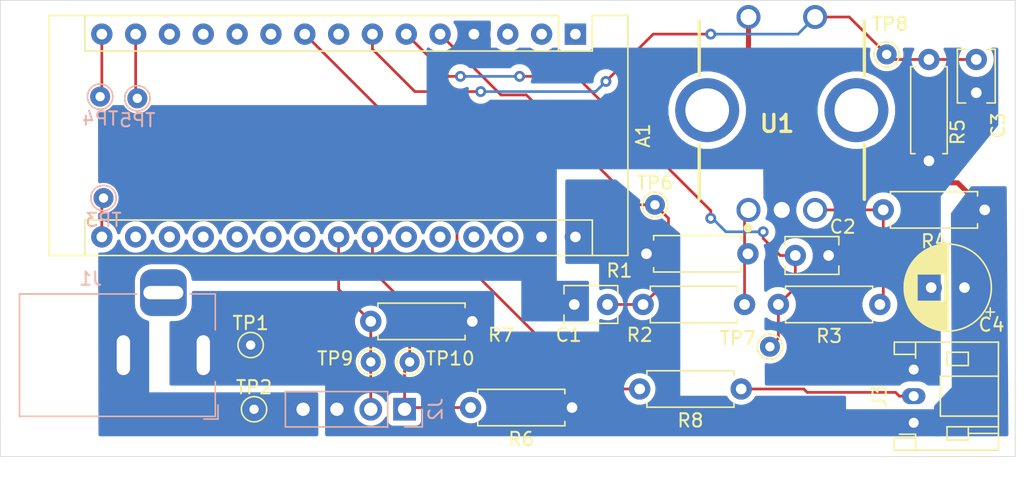
<source format=kicad_pcb>
(kicad_pcb (version 20171130) (host pcbnew 5.1.4)

  (general
    (thickness 1.6)
    (drawings 6)
    (tracks 93)
    (zones 0)
    (modules 27)
    (nets 34)
  )

  (page USLedger)
  (layers
    (0 F.Cu signal)
    (31 B.Cu signal)
    (32 B.Adhes user)
    (33 F.Adhes user)
    (34 B.Paste user)
    (35 F.Paste user)
    (36 B.SilkS user)
    (37 F.SilkS user)
    (38 B.Mask user)
    (39 F.Mask user)
    (40 Dwgs.User user)
    (41 Cmts.User user)
    (42 Eco1.User user)
    (43 Eco2.User user)
    (44 Edge.Cuts user)
    (45 Margin user)
    (46 B.CrtYd user)
    (47 F.CrtYd user)
    (48 B.Fab user)
    (49 F.Fab user)
  )

  (setup
    (last_trace_width 0.2032)
    (user_trace_width 0.127)
    (user_trace_width 0.254)
    (user_trace_width 0.381)
    (trace_clearance 0.0889)
    (zone_clearance 0.381)
    (zone_45_only no)
    (trace_min 0.0889)
    (via_size 0.8128)
    (via_drill 0.4064)
    (via_min_size 0.450088)
    (via_min_drill 0.199898)
    (uvia_size 0.3)
    (uvia_drill 0.1)
    (uvias_allowed no)
    (uvia_min_size 0.2)
    (uvia_min_drill 0.1)
    (edge_width 0.05)
    (segment_width 0.2)
    (pcb_text_width 0.3)
    (pcb_text_size 1.5 1.5)
    (mod_edge_width 0.12)
    (mod_text_size 1 1)
    (mod_text_width 0.15)
    (pad_size 1.524 1.524)
    (pad_drill 0.762)
    (pad_to_mask_clearance 0.051)
    (solder_mask_min_width 0.25)
    (aux_axis_origin 0 0)
    (visible_elements FFFFF77F)
    (pcbplotparams
      (layerselection 0x010fc_ffffffff)
      (usegerberextensions false)
      (usegerberattributes false)
      (usegerberadvancedattributes false)
      (creategerberjobfile false)
      (excludeedgelayer true)
      (linewidth 0.100000)
      (plotframeref false)
      (viasonmask false)
      (mode 1)
      (useauxorigin false)
      (hpglpennumber 1)
      (hpglpenspeed 20)
      (hpglpendiameter 15.000000)
      (psnegative false)
      (psa4output false)
      (plotreference true)
      (plotvalue true)
      (plotinvisibletext false)
      (padsonsilk false)
      (subtractmaskfromsilk false)
      (outputformat 1)
      (mirror false)
      (drillshape 1)
      (scaleselection 1)
      (outputdirectory ""))
  )

  (net 0 "")
  (net 1 /TP_D13)
  (net 2 /TP_D12)
  (net 3 VCC)
  (net 4 /TP_D11)
  (net 5 GNDD)
  (net 6 "Net-(A1-Pad13)")
  (net 7 "Net-(A1-Pad28)")
  (net 8 "Net-(A1-Pad12)")
  (net 9 "Net-(A1-Pad27)")
  (net 10 "Net-(A1-Pad11)")
  (net 11 "Net-(A1-Pad26)")
  (net 12 "Net-(A1-Pad10)")
  (net 13 "Net-(A1-Pad25)")
  (net 14 /LED_DATA)
  (net 15 /I2C_SCL)
  (net 16 "Net-(A1-Pad8)")
  (net 17 /I2C_SDA)
  (net 18 /ENC_BTN)
  (net 19 "Net-(A1-Pad22)")
  (net 20 /ENC_B)
  (net 21 "Net-(A1-Pad21)")
  (net 22 /ENC_A)
  (net 23 "Net-(A1-Pad20)")
  (net 24 "Net-(A1-Pad19)")
  (net 25 "Net-(A1-Pad3)")
  (net 26 "Net-(A1-Pad18)")
  (net 27 "Net-(A1-Pad2)")
  (net 28 "Net-(A1-Pad17)")
  (net 29 "Net-(A1-Pad1)")
  (net 30 "Net-(J1-Pad3)")
  (net 31 "Net-(J3-Pad2)")
  (net 32 "Net-(R1-Pad1)")
  (net 33 "Net-(R3-Pad1)")

  (net_class Default "This is the default net class."
    (clearance 0.0889)
    (trace_width 0.2032)
    (via_dia 0.8128)
    (via_drill 0.4064)
    (uvia_dia 0.3)
    (uvia_drill 0.1)
    (add_net /ENC_A)
    (add_net /ENC_B)
    (add_net /ENC_BTN)
    (add_net /I2C_SCL)
    (add_net /I2C_SDA)
    (add_net /LED_DATA)
    (add_net /TP_D11)
    (add_net /TP_D12)
    (add_net /TP_D13)
    (add_net GNDD)
    (add_net "Net-(A1-Pad1)")
    (add_net "Net-(A1-Pad10)")
    (add_net "Net-(A1-Pad11)")
    (add_net "Net-(A1-Pad12)")
    (add_net "Net-(A1-Pad13)")
    (add_net "Net-(A1-Pad17)")
    (add_net "Net-(A1-Pad18)")
    (add_net "Net-(A1-Pad19)")
    (add_net "Net-(A1-Pad2)")
    (add_net "Net-(A1-Pad20)")
    (add_net "Net-(A1-Pad21)")
    (add_net "Net-(A1-Pad22)")
    (add_net "Net-(A1-Pad25)")
    (add_net "Net-(A1-Pad26)")
    (add_net "Net-(A1-Pad27)")
    (add_net "Net-(A1-Pad28)")
    (add_net "Net-(A1-Pad3)")
    (add_net "Net-(A1-Pad8)")
    (add_net "Net-(J1-Pad3)")
    (add_net "Net-(J3-Pad2)")
    (add_net "Net-(R1-Pad1)")
    (add_net "Net-(R3-Pad1)")
    (add_net VCC)
  )

  (module PEC12R-4225F-S0024:PEC12R-4XXXF-SXXXX_1 (layer F.Cu) (tedit 5DBA4F3C) (tstamp 5DBADD9A)
    (at 156.464 45.085)
    (descr PEC12R-4XXXF-SXXXX)
    (tags "Undefined or Miscellaneous")
    (path /5DC7E0CB)
    (fp_text reference U1 (at -0.357 1.016) (layer F.SilkS)
      (effects (font (size 1.27 1.27) (thickness 0.254)))
    )
    (fp_text value PEC12R-4225F-S0024 (at -0.357 1.016) (layer F.SilkS) hide
      (effects (font (size 1.27 1.27) (thickness 0.254)))
    )
    (fp_circle (center -2.533 8.863) (end -2.533 8.9451) (layer F.SilkS) (width 0.254))
    (fp_line (start 6.2 6.7) (end 6.2 2.6) (layer F.SilkS) (width 0.254))
    (fp_line (start 6.2 -6.7) (end 6.2 -2.6) (layer F.SilkS) (width 0.254))
    (fp_line (start -6.2 6.7) (end -6.2 2.6) (layer F.SilkS) (width 0.254))
    (fp_line (start -6.2 -6.7) (end -6.2 -2.6) (layer F.SilkS) (width 0.254))
    (fp_line (start -6.2 6.7) (end -6.2 -6.7) (layer F.Fab) (width 0.254))
    (fp_line (start 6.2 6.7) (end -6.2 6.7) (layer F.Fab) (width 0.254))
    (fp_line (start 6.2 -6.7) (end 6.2 6.7) (layer F.Fab) (width 0.254))
    (fp_line (start -6.2 -6.7) (end 6.2 -6.7) (layer F.Fab) (width 0.254))
    (fp_text user %R (at -0.357 1.016) (layer F.Fab)
      (effects (font (size 1.27 1.27) (thickness 0.254)))
    )
    (pad 7 thru_hole circle (at -5.6 0) (size 4.8 4.8) (drill 3.28) (layers *.Cu *.Mask))
    (pad 6 thru_hole circle (at 5.6 0) (size 4.8 4.8) (drill 3.28) (layers *.Cu *.Mask))
    (pad 5 thru_hole circle (at 2.5 -7) (size 1.8 1.8) (drill 1.2) (layers *.Cu *.Mask)
      (net 18 /ENC_BTN))
    (pad 4 thru_hole circle (at -2.5 -7) (size 1.8 1.8) (drill 1.2) (layers *.Cu *.Mask)
      (net 3 VCC))
    (pad 2 thru_hole circle (at 0 7.5) (size 1.8 1.8) (drill 1.2) (layers *.Cu *.Mask)
      (net 5 GNDD))
    (pad 3 thru_hole circle (at 2.5 7.5) (size 1.8 1.8) (drill 1.2) (layers *.Cu *.Mask)
      (net 33 "Net-(R3-Pad1)"))
    (pad 1 thru_hole circle (at -2.5 7.5) (size 1.8 1.8) (drill 1.2) (layers *.Cu *.Mask)
      (net 32 "Net-(R1-Pad1)"))
    (model PEC12R-4225F-S0024.stp
      (at (xyz 0 0 0))
      (scale (xyz 1 1 1))
      (rotate (xyz 0 0 0))
    )
  )

  (module TestPoint:TestPoint_THTPad_D1.5mm_Drill0.7mm (layer F.Cu) (tedit 5A0F774F) (tstamp 5DBADD85)
    (at 128.524 64.008)
    (descr "THT pad as test Point, diameter 1.5mm, hole diameter 0.7mm")
    (tags "test point THT pad")
    (path /5DC40D0A)
    (attr virtual)
    (fp_text reference TP10 (at 3.048 -0.254) (layer F.SilkS)
      (effects (font (size 1 1) (thickness 0.15)))
    )
    (fp_text value TestPoint (at 0 1.75) (layer F.Fab)
      (effects (font (size 1 1) (thickness 0.15)))
    )
    (fp_circle (center 0 0) (end 0 0.95) (layer F.SilkS) (width 0.12))
    (fp_circle (center 0 0) (end 1.25 0) (layer F.CrtYd) (width 0.05))
    (fp_text user %R (at 3.048 -0.254) (layer F.Fab)
      (effects (font (size 1 1) (thickness 0.15)))
    )
    (pad 1 thru_hole circle (at 0 0) (size 1.5 1.5) (drill 0.7) (layers *.Cu *.Mask)
      (net 15 /I2C_SCL))
  )

  (module TestPoint:TestPoint_THTPad_D1.5mm_Drill0.7mm (layer F.Cu) (tedit 5A0F774F) (tstamp 5DBADD7D)
    (at 125.603 64.008)
    (descr "THT pad as test Point, diameter 1.5mm, hole diameter 0.7mm")
    (tags "test point THT pad")
    (path /5DC41642)
    (attr virtual)
    (fp_text reference TP9 (at -2.667 -0.254) (layer F.SilkS)
      (effects (font (size 1 1) (thickness 0.15)))
    )
    (fp_text value TestPoint (at 0 1.75) (layer F.Fab)
      (effects (font (size 1 1) (thickness 0.15)))
    )
    (fp_circle (center 0 0) (end 0 0.95) (layer F.SilkS) (width 0.12))
    (fp_circle (center 0 0) (end 1.25 0) (layer F.CrtYd) (width 0.05))
    (fp_text user %R (at -2.667 -0.254) (layer F.Fab)
      (effects (font (size 1 1) (thickness 0.15)))
    )
    (pad 1 thru_hole circle (at 0 0) (size 1.5 1.5) (drill 0.7) (layers *.Cu *.Mask)
      (net 17 /I2C_SDA))
  )

  (module TestPoint:TestPoint_THTPad_D1.5mm_Drill0.7mm (layer F.Cu) (tedit 5A0F774F) (tstamp 5DBADD75)
    (at 164.338 40.894)
    (descr "THT pad as test Point, diameter 1.5mm, hole diameter 0.7mm")
    (tags "test point THT pad")
    (path /5DC14F4C)
    (attr virtual)
    (fp_text reference TP8 (at 0.254 -2.286) (layer F.SilkS)
      (effects (font (size 1 1) (thickness 0.15)))
    )
    (fp_text value TestPoint (at 0 1.75) (layer F.Fab)
      (effects (font (size 1 1) (thickness 0.15)))
    )
    (fp_circle (center 0 0) (end 0 0.95) (layer F.SilkS) (width 0.12))
    (fp_circle (center 0 0) (end 1.25 0) (layer F.CrtYd) (width 0.05))
    (fp_text user %R (at 0.254 -2.286) (layer F.Fab)
      (effects (font (size 1 1) (thickness 0.15)))
    )
    (pad 1 thru_hole circle (at 0 0) (size 1.5 1.5) (drill 0.7) (layers *.Cu *.Mask)
      (net 18 /ENC_BTN))
  )

  (module TestPoint:TestPoint_THTPad_D1.5mm_Drill0.7mm (layer F.Cu) (tedit 5A0F774F) (tstamp 5DBADD6D)
    (at 155.575 62.865)
    (descr "THT pad as test Point, diameter 1.5mm, hole diameter 0.7mm")
    (tags "test point THT pad")
    (path /5DC15A6E)
    (attr virtual)
    (fp_text reference TP7 (at -2.413 -0.635) (layer F.SilkS)
      (effects (font (size 1 1) (thickness 0.15)))
    )
    (fp_text value TestPoint (at 0 1.75) (layer F.Fab)
      (effects (font (size 1 1) (thickness 0.15)))
    )
    (fp_circle (center 0 0) (end 0 0.95) (layer F.SilkS) (width 0.12))
    (fp_circle (center 0 0) (end 1.25 0) (layer F.CrtYd) (width 0.05))
    (fp_text user %R (at -2.413 -0.635) (layer F.Fab)
      (effects (font (size 1 1) (thickness 0.15)))
    )
    (pad 1 thru_hole circle (at 0 0) (size 1.5 1.5) (drill 0.7) (layers *.Cu *.Mask)
      (net 20 /ENC_B))
  )

  (module TestPoint:TestPoint_THTPad_D1.5mm_Drill0.7mm (layer F.Cu) (tedit 5A0F774F) (tstamp 5DBADD65)
    (at 146.939 52.197)
    (descr "THT pad as test Point, diameter 1.5mm, hole diameter 0.7mm")
    (tags "test point THT pad")
    (path /5DC15D7C)
    (attr virtual)
    (fp_text reference TP6 (at 0 -1.648) (layer F.SilkS)
      (effects (font (size 1 1) (thickness 0.15)))
    )
    (fp_text value TestPoint (at 0 1.75) (layer F.Fab)
      (effects (font (size 1 1) (thickness 0.15)))
    )
    (fp_circle (center 0 0) (end 0 0.95) (layer F.SilkS) (width 0.12))
    (fp_circle (center 0 0) (end 1.25 0) (layer F.CrtYd) (width 0.05))
    (fp_text user %R (at 0 -1.65) (layer F.Fab)
      (effects (font (size 1 1) (thickness 0.15)))
    )
    (pad 1 thru_hole circle (at 0 0) (size 1.5 1.5) (drill 0.7) (layers *.Cu *.Mask)
      (net 22 /ENC_A))
  )

  (module TestPoint:TestPoint_THTPad_D1.5mm_Drill0.7mm (layer B.Cu) (tedit 5A0F774F) (tstamp 5DBADD5D)
    (at 108.077 44.196)
    (descr "THT pad as test Point, diameter 1.5mm, hole diameter 0.7mm")
    (tags "test point THT pad")
    (path /5DB8ED2F)
    (attr virtual)
    (fp_text reference TP5 (at 0 1.648) (layer B.SilkS)
      (effects (font (size 1 1) (thickness 0.15)) (justify mirror))
    )
    (fp_text value TestPoint (at 0 -1.75) (layer B.Fab)
      (effects (font (size 1 1) (thickness 0.15)) (justify mirror))
    )
    (fp_circle (center 0 0) (end 0 -0.95) (layer B.SilkS) (width 0.12))
    (fp_circle (center 0 0) (end 1.25 0) (layer B.CrtYd) (width 0.05))
    (fp_text user %R (at 0 1.65) (layer B.Fab)
      (effects (font (size 1 1) (thickness 0.15)) (justify mirror))
    )
    (pad 1 thru_hole circle (at 0 0) (size 1.5 1.5) (drill 0.7) (layers *.Cu *.Mask)
      (net 4 /TP_D11))
  )

  (module TestPoint:TestPoint_THTPad_D1.5mm_Drill0.7mm (layer B.Cu) (tedit 5A0F774F) (tstamp 5DBADD55)
    (at 105.283 44.069)
    (descr "THT pad as test Point, diameter 1.5mm, hole diameter 0.7mm")
    (tags "test point THT pad")
    (path /5DB8EB13)
    (attr virtual)
    (fp_text reference TP4 (at 0 1.648) (layer B.SilkS)
      (effects (font (size 1 1) (thickness 0.15)) (justify mirror))
    )
    (fp_text value TestPoint (at 0 -1.75) (layer B.Fab)
      (effects (font (size 1 1) (thickness 0.15)) (justify mirror))
    )
    (fp_circle (center 0 0) (end 0 -0.95) (layer B.SilkS) (width 0.12))
    (fp_circle (center 0 0) (end 1.25 0) (layer B.CrtYd) (width 0.05))
    (fp_text user %R (at 0 1.65) (layer B.Fab)
      (effects (font (size 1 1) (thickness 0.15)) (justify mirror))
    )
    (pad 1 thru_hole circle (at 0 0) (size 1.5 1.5) (drill 0.7) (layers *.Cu *.Mask)
      (net 2 /TP_D12))
  )

  (module TestPoint:TestPoint_THTPad_D1.5mm_Drill0.7mm (layer B.Cu) (tedit 5A0F774F) (tstamp 5DBADD4D)
    (at 105.537 51.689)
    (descr "THT pad as test Point, diameter 1.5mm, hole diameter 0.7mm")
    (tags "test point THT pad")
    (path /5DB8E3B5)
    (attr virtual)
    (fp_text reference TP3 (at 0 1.648) (layer B.SilkS)
      (effects (font (size 1 1) (thickness 0.15)) (justify mirror))
    )
    (fp_text value TestPoint (at 0 -1.75) (layer B.Fab)
      (effects (font (size 1 1) (thickness 0.15)) (justify mirror))
    )
    (fp_circle (center 0 0) (end 0 -0.95) (layer B.SilkS) (width 0.12))
    (fp_circle (center 0 0) (end 1.25 0) (layer B.CrtYd) (width 0.05))
    (fp_text user %R (at 0 1.65) (layer B.Fab)
      (effects (font (size 1 1) (thickness 0.15)) (justify mirror))
    )
    (pad 1 thru_hole circle (at 0 0) (size 1.5 1.5) (drill 0.7) (layers *.Cu *.Mask)
      (net 1 /TP_D13))
  )

  (module TestPoint:TestPoint_THTPad_D1.5mm_Drill0.7mm (layer F.Cu) (tedit 5A0F774F) (tstamp 5DBADD45)
    (at 116.84 67.564)
    (descr "THT pad as test Point, diameter 1.5mm, hole diameter 0.7mm")
    (tags "test point THT pad")
    (path /5DC3B274)
    (attr virtual)
    (fp_text reference TP2 (at 0 -1.648) (layer F.SilkS)
      (effects (font (size 1 1) (thickness 0.15)))
    )
    (fp_text value TestPoint (at 0 1.75) (layer F.Fab)
      (effects (font (size 1 1) (thickness 0.15)))
    )
    (fp_circle (center 0 0) (end 0 0.95) (layer F.SilkS) (width 0.12))
    (fp_circle (center 0 0) (end 1.25 0) (layer F.CrtYd) (width 0.05))
    (fp_text user %R (at 0 -1.65) (layer F.Fab)
      (effects (font (size 1 1) (thickness 0.15)))
    )
    (pad 1 thru_hole circle (at 0 0) (size 1.5 1.5) (drill 0.7) (layers *.Cu *.Mask)
      (net 5 GNDD))
  )

  (module TestPoint:TestPoint_THTPad_D1.5mm_Drill0.7mm (layer F.Cu) (tedit 5A0F774F) (tstamp 5DBADD3D)
    (at 116.586 62.738)
    (descr "THT pad as test Point, diameter 1.5mm, hole diameter 0.7mm")
    (tags "test point THT pad")
    (path /5DC3A7DF)
    (attr virtual)
    (fp_text reference TP1 (at 0 -1.648) (layer F.SilkS)
      (effects (font (size 1 1) (thickness 0.15)))
    )
    (fp_text value TestPoint (at 0 1.75) (layer F.Fab)
      (effects (font (size 1 1) (thickness 0.15)))
    )
    (fp_circle (center 0 0) (end 0 0.95) (layer F.SilkS) (width 0.12))
    (fp_circle (center 0 0) (end 1.25 0) (layer F.CrtYd) (width 0.05))
    (fp_text user %R (at 0 -1.65) (layer F.Fab)
      (effects (font (size 1 1) (thickness 0.15)))
    )
    (pad 1 thru_hole circle (at 0 0) (size 1.5 1.5) (drill 0.7) (layers *.Cu *.Mask)
      (net 3 VCC))
  )

  (module Resistor_THT:R_Axial_DIN0207_L6.3mm_D2.5mm_P7.62mm_Horizontal (layer F.Cu) (tedit 5AE5139B) (tstamp 5DBADD35)
    (at 153.416 66.04 180)
    (descr "Resistor, Axial_DIN0207 series, Axial, Horizontal, pin pitch=7.62mm, 0.25W = 1/4W, length*diameter=6.3*2.5mm^2, http://cdn-reichelt.de/documents/datenblatt/B400/1_4W%23YAG.pdf")
    (tags "Resistor Axial_DIN0207 series Axial Horizontal pin pitch 7.62mm 0.25W = 1/4W length 6.3mm diameter 2.5mm")
    (path /5DC61353)
    (fp_text reference R8 (at 3.81 -2.37) (layer F.SilkS)
      (effects (font (size 1 1) (thickness 0.15)))
    )
    (fp_text value 330 (at 2.54 0) (layer F.Fab)
      (effects (font (size 1 1) (thickness 0.15)))
    )
    (fp_text user %R (at 5.588 0) (layer F.Fab)
      (effects (font (size 1 1) (thickness 0.15)))
    )
    (fp_line (start 8.67 -1.5) (end -1.05 -1.5) (layer F.CrtYd) (width 0.05))
    (fp_line (start 8.67 1.5) (end 8.67 -1.5) (layer F.CrtYd) (width 0.05))
    (fp_line (start -1.05 1.5) (end 8.67 1.5) (layer F.CrtYd) (width 0.05))
    (fp_line (start -1.05 -1.5) (end -1.05 1.5) (layer F.CrtYd) (width 0.05))
    (fp_line (start 7.08 1.37) (end 7.08 1.04) (layer F.SilkS) (width 0.12))
    (fp_line (start 0.54 1.37) (end 7.08 1.37) (layer F.SilkS) (width 0.12))
    (fp_line (start 0.54 1.04) (end 0.54 1.37) (layer F.SilkS) (width 0.12))
    (fp_line (start 7.08 -1.37) (end 7.08 -1.04) (layer F.SilkS) (width 0.12))
    (fp_line (start 0.54 -1.37) (end 7.08 -1.37) (layer F.SilkS) (width 0.12))
    (fp_line (start 0.54 -1.04) (end 0.54 -1.37) (layer F.SilkS) (width 0.12))
    (fp_line (start 7.62 0) (end 6.96 0) (layer F.Fab) (width 0.1))
    (fp_line (start 0 0) (end 0.66 0) (layer F.Fab) (width 0.1))
    (fp_line (start 6.96 -1.25) (end 0.66 -1.25) (layer F.Fab) (width 0.1))
    (fp_line (start 6.96 1.25) (end 6.96 -1.25) (layer F.Fab) (width 0.1))
    (fp_line (start 0.66 1.25) (end 6.96 1.25) (layer F.Fab) (width 0.1))
    (fp_line (start 0.66 -1.25) (end 0.66 1.25) (layer F.Fab) (width 0.1))
    (pad 2 thru_hole oval (at 7.62 0 180) (size 1.6 1.6) (drill 0.8) (layers *.Cu *.Mask)
      (net 14 /LED_DATA))
    (pad 1 thru_hole circle (at 0 0 180) (size 1.6 1.6) (drill 0.8) (layers *.Cu *.Mask)
      (net 31 "Net-(J3-Pad2)"))
    (model ${KISYS3DMOD}/Resistor_THT.3dshapes/R_Axial_DIN0207_L6.3mm_D2.5mm_P7.62mm_Horizontal.wrl
      (at (xyz 0 0 0))
      (scale (xyz 1 1 1))
      (rotate (xyz 0 0 0))
    )
  )

  (module Resistor_THT:R_Axial_DIN0207_L6.3mm_D2.5mm_P7.62mm_Horizontal (layer F.Cu) (tedit 5AE5139B) (tstamp 5DBADD1E)
    (at 133.223 60.96 180)
    (descr "Resistor, Axial_DIN0207 series, Axial, Horizontal, pin pitch=7.62mm, 0.25W = 1/4W, length*diameter=6.3*2.5mm^2, http://cdn-reichelt.de/documents/datenblatt/B400/1_4W%23YAG.pdf")
    (tags "Resistor Axial_DIN0207 series Axial Horizontal pin pitch 7.62mm 0.25W = 1/4W length 6.3mm diameter 2.5mm")
    (path /5DC2EDD3)
    (fp_text reference R7 (at -2.159 -1.016) (layer F.SilkS)
      (effects (font (size 1 1) (thickness 0.15)))
    )
    (fp_text value 4.7k (at 2.667 0) (layer F.Fab)
      (effects (font (size 1 1) (thickness 0.15)))
    )
    (fp_text user %R (at 5.715 0) (layer F.Fab)
      (effects (font (size 1 1) (thickness 0.15)))
    )
    (fp_line (start 8.67 -1.5) (end -1.05 -1.5) (layer F.CrtYd) (width 0.05))
    (fp_line (start 8.67 1.5) (end 8.67 -1.5) (layer F.CrtYd) (width 0.05))
    (fp_line (start -1.05 1.5) (end 8.67 1.5) (layer F.CrtYd) (width 0.05))
    (fp_line (start -1.05 -1.5) (end -1.05 1.5) (layer F.CrtYd) (width 0.05))
    (fp_line (start 7.08 1.37) (end 7.08 1.04) (layer F.SilkS) (width 0.12))
    (fp_line (start 0.54 1.37) (end 7.08 1.37) (layer F.SilkS) (width 0.12))
    (fp_line (start 0.54 1.04) (end 0.54 1.37) (layer F.SilkS) (width 0.12))
    (fp_line (start 7.08 -1.37) (end 7.08 -1.04) (layer F.SilkS) (width 0.12))
    (fp_line (start 0.54 -1.37) (end 7.08 -1.37) (layer F.SilkS) (width 0.12))
    (fp_line (start 0.54 -1.04) (end 0.54 -1.37) (layer F.SilkS) (width 0.12))
    (fp_line (start 7.62 0) (end 6.96 0) (layer F.Fab) (width 0.1))
    (fp_line (start 0 0) (end 0.66 0) (layer F.Fab) (width 0.1))
    (fp_line (start 6.96 -1.25) (end 0.66 -1.25) (layer F.Fab) (width 0.1))
    (fp_line (start 6.96 1.25) (end 6.96 -1.25) (layer F.Fab) (width 0.1))
    (fp_line (start 0.66 1.25) (end 6.96 1.25) (layer F.Fab) (width 0.1))
    (fp_line (start 0.66 -1.25) (end 0.66 1.25) (layer F.Fab) (width 0.1))
    (pad 2 thru_hole oval (at 7.62 0 180) (size 1.6 1.6) (drill 0.8) (layers *.Cu *.Mask)
      (net 17 /I2C_SDA))
    (pad 1 thru_hole circle (at 0 0 180) (size 1.6 1.6) (drill 0.8) (layers *.Cu *.Mask)
      (net 3 VCC))
    (model ${KISYS3DMOD}/Resistor_THT.3dshapes/R_Axial_DIN0207_L6.3mm_D2.5mm_P7.62mm_Horizontal.wrl
      (at (xyz 0 0 0))
      (scale (xyz 1 1 1))
      (rotate (xyz 0 0 0))
    )
  )

  (module Resistor_THT:R_Axial_DIN0207_L6.3mm_D2.5mm_P7.62mm_Horizontal (layer F.Cu) (tedit 5AE5139B) (tstamp 5DBADD07)
    (at 140.716 67.437 180)
    (descr "Resistor, Axial_DIN0207 series, Axial, Horizontal, pin pitch=7.62mm, 0.25W = 1/4W, length*diameter=6.3*2.5mm^2, http://cdn-reichelt.de/documents/datenblatt/B400/1_4W%23YAG.pdf")
    (tags "Resistor Axial_DIN0207 series Axial Horizontal pin pitch 7.62mm 0.25W = 1/4W length 6.3mm diameter 2.5mm")
    (path /5DC2E716)
    (fp_text reference R6 (at 3.81 -2.37) (layer F.SilkS)
      (effects (font (size 1 1) (thickness 0.15)))
    )
    (fp_text value 4.7k (at 2.54 -0.127) (layer F.Fab)
      (effects (font (size 1 1) (thickness 0.15)))
    )
    (fp_text user %R (at 5.588 -0.15) (layer F.Fab)
      (effects (font (size 1 1) (thickness 0.15)))
    )
    (fp_line (start 8.67 -1.5) (end -1.05 -1.5) (layer F.CrtYd) (width 0.05))
    (fp_line (start 8.67 1.5) (end 8.67 -1.5) (layer F.CrtYd) (width 0.05))
    (fp_line (start -1.05 1.5) (end 8.67 1.5) (layer F.CrtYd) (width 0.05))
    (fp_line (start -1.05 -1.5) (end -1.05 1.5) (layer F.CrtYd) (width 0.05))
    (fp_line (start 7.08 1.37) (end 7.08 1.04) (layer F.SilkS) (width 0.12))
    (fp_line (start 0.54 1.37) (end 7.08 1.37) (layer F.SilkS) (width 0.12))
    (fp_line (start 0.54 1.04) (end 0.54 1.37) (layer F.SilkS) (width 0.12))
    (fp_line (start 7.08 -1.37) (end 7.08 -1.04) (layer F.SilkS) (width 0.12))
    (fp_line (start 0.54 -1.37) (end 7.08 -1.37) (layer F.SilkS) (width 0.12))
    (fp_line (start 0.54 -1.04) (end 0.54 -1.37) (layer F.SilkS) (width 0.12))
    (fp_line (start 7.62 0) (end 6.96 0) (layer F.Fab) (width 0.1))
    (fp_line (start 0 0) (end 0.66 0) (layer F.Fab) (width 0.1))
    (fp_line (start 6.96 -1.25) (end 0.66 -1.25) (layer F.Fab) (width 0.1))
    (fp_line (start 6.96 1.25) (end 6.96 -1.25) (layer F.Fab) (width 0.1))
    (fp_line (start 0.66 1.25) (end 6.96 1.25) (layer F.Fab) (width 0.1))
    (fp_line (start 0.66 -1.25) (end 0.66 1.25) (layer F.Fab) (width 0.1))
    (pad 2 thru_hole oval (at 7.62 0 180) (size 1.6 1.6) (drill 0.8) (layers *.Cu *.Mask)
      (net 15 /I2C_SCL))
    (pad 1 thru_hole circle (at 0 0 180) (size 1.6 1.6) (drill 0.8) (layers *.Cu *.Mask)
      (net 3 VCC))
    (model ${KISYS3DMOD}/Resistor_THT.3dshapes/R_Axial_DIN0207_L6.3mm_D2.5mm_P7.62mm_Horizontal.wrl
      (at (xyz 0 0 0))
      (scale (xyz 1 1 1))
      (rotate (xyz 0 0 0))
    )
  )

  (module Resistor_THT:R_Axial_DIN0207_L6.3mm_D2.5mm_P7.62mm_Horizontal (layer F.Cu) (tedit 5AE5139B) (tstamp 5DBADCF0)
    (at 167.513 41.275 270)
    (descr "Resistor, Axial_DIN0207 series, Axial, Horizontal, pin pitch=7.62mm, 0.25W = 1/4W, length*diameter=6.3*2.5mm^2, http://cdn-reichelt.de/documents/datenblatt/B400/1_4W%23YAG.pdf")
    (tags "Resistor Axial_DIN0207 series Axial Horizontal pin pitch 7.62mm 0.25W = 1/4W length 6.3mm diameter 2.5mm")
    (path /5DBB6C90)
    (fp_text reference R5 (at 5.461 -2.159 90) (layer F.SilkS)
      (effects (font (size 1 1) (thickness 0.15)))
    )
    (fp_text value 10k (at 2.667 0.127 90) (layer F.Fab)
      (effects (font (size 1 1) (thickness 0.15)))
    )
    (fp_text user %R (at 5.461 0 90) (layer F.Fab)
      (effects (font (size 1 1) (thickness 0.15)))
    )
    (fp_line (start 8.67 -1.5) (end -1.05 -1.5) (layer F.CrtYd) (width 0.05))
    (fp_line (start 8.67 1.5) (end 8.67 -1.5) (layer F.CrtYd) (width 0.05))
    (fp_line (start -1.05 1.5) (end 8.67 1.5) (layer F.CrtYd) (width 0.05))
    (fp_line (start -1.05 -1.5) (end -1.05 1.5) (layer F.CrtYd) (width 0.05))
    (fp_line (start 7.08 1.37) (end 7.08 1.04) (layer F.SilkS) (width 0.12))
    (fp_line (start 0.54 1.37) (end 7.08 1.37) (layer F.SilkS) (width 0.12))
    (fp_line (start 0.54 1.04) (end 0.54 1.37) (layer F.SilkS) (width 0.12))
    (fp_line (start 7.08 -1.37) (end 7.08 -1.04) (layer F.SilkS) (width 0.12))
    (fp_line (start 0.54 -1.37) (end 7.08 -1.37) (layer F.SilkS) (width 0.12))
    (fp_line (start 0.54 -1.04) (end 0.54 -1.37) (layer F.SilkS) (width 0.12))
    (fp_line (start 7.62 0) (end 6.96 0) (layer F.Fab) (width 0.1))
    (fp_line (start 0 0) (end 0.66 0) (layer F.Fab) (width 0.1))
    (fp_line (start 6.96 -1.25) (end 0.66 -1.25) (layer F.Fab) (width 0.1))
    (fp_line (start 6.96 1.25) (end 6.96 -1.25) (layer F.Fab) (width 0.1))
    (fp_line (start 0.66 1.25) (end 6.96 1.25) (layer F.Fab) (width 0.1))
    (fp_line (start 0.66 -1.25) (end 0.66 1.25) (layer F.Fab) (width 0.1))
    (pad 2 thru_hole oval (at 7.62 0 270) (size 1.6 1.6) (drill 0.8) (layers *.Cu *.Mask)
      (net 5 GNDD))
    (pad 1 thru_hole circle (at 0 0 270) (size 1.6 1.6) (drill 0.8) (layers *.Cu *.Mask)
      (net 18 /ENC_BTN))
    (model ${KISYS3DMOD}/Resistor_THT.3dshapes/R_Axial_DIN0207_L6.3mm_D2.5mm_P7.62mm_Horizontal.wrl
      (at (xyz 0 0 0))
      (scale (xyz 1 1 1))
      (rotate (xyz 0 0 0))
    )
  )

  (module Resistor_THT:R_Axial_DIN0207_L6.3mm_D2.5mm_P7.62mm_Horizontal (layer F.Cu) (tedit 5AE5139B) (tstamp 5DBADCD9)
    (at 171.704 52.578 180)
    (descr "Resistor, Axial_DIN0207 series, Axial, Horizontal, pin pitch=7.62mm, 0.25W = 1/4W, length*diameter=6.3*2.5mm^2, http://cdn-reichelt.de/documents/datenblatt/B400/1_4W%23YAG.pdf")
    (tags "Resistor Axial_DIN0207 series Axial Horizontal pin pitch 7.62mm 0.25W = 1/4W length 6.3mm diameter 2.5mm")
    (path /5DB4CE1C)
    (fp_text reference R4 (at 3.81 -2.37) (layer F.SilkS)
      (effects (font (size 1 1) (thickness 0.15)))
    )
    (fp_text value 10k (at 2.54 0) (layer F.Fab)
      (effects (font (size 1 1) (thickness 0.15)))
    )
    (fp_text user %R (at 5.588 0) (layer F.Fab)
      (effects (font (size 1 1) (thickness 0.15)))
    )
    (fp_line (start 8.67 -1.5) (end -1.05 -1.5) (layer F.CrtYd) (width 0.05))
    (fp_line (start 8.67 1.5) (end 8.67 -1.5) (layer F.CrtYd) (width 0.05))
    (fp_line (start -1.05 1.5) (end 8.67 1.5) (layer F.CrtYd) (width 0.05))
    (fp_line (start -1.05 -1.5) (end -1.05 1.5) (layer F.CrtYd) (width 0.05))
    (fp_line (start 7.08 1.37) (end 7.08 1.04) (layer F.SilkS) (width 0.12))
    (fp_line (start 0.54 1.37) (end 7.08 1.37) (layer F.SilkS) (width 0.12))
    (fp_line (start 0.54 1.04) (end 0.54 1.37) (layer F.SilkS) (width 0.12))
    (fp_line (start 7.08 -1.37) (end 7.08 -1.04) (layer F.SilkS) (width 0.12))
    (fp_line (start 0.54 -1.37) (end 7.08 -1.37) (layer F.SilkS) (width 0.12))
    (fp_line (start 0.54 -1.04) (end 0.54 -1.37) (layer F.SilkS) (width 0.12))
    (fp_line (start 7.62 0) (end 6.96 0) (layer F.Fab) (width 0.1))
    (fp_line (start 0 0) (end 0.66 0) (layer F.Fab) (width 0.1))
    (fp_line (start 6.96 -1.25) (end 0.66 -1.25) (layer F.Fab) (width 0.1))
    (fp_line (start 6.96 1.25) (end 6.96 -1.25) (layer F.Fab) (width 0.1))
    (fp_line (start 0.66 1.25) (end 6.96 1.25) (layer F.Fab) (width 0.1))
    (fp_line (start 0.66 -1.25) (end 0.66 1.25) (layer F.Fab) (width 0.1))
    (pad 2 thru_hole oval (at 7.62 0 180) (size 1.6 1.6) (drill 0.8) (layers *.Cu *.Mask)
      (net 33 "Net-(R3-Pad1)"))
    (pad 1 thru_hole circle (at 0 0 180) (size 1.6 1.6) (drill 0.8) (layers *.Cu *.Mask)
      (net 3 VCC))
    (model ${KISYS3DMOD}/Resistor_THT.3dshapes/R_Axial_DIN0207_L6.3mm_D2.5mm_P7.62mm_Horizontal.wrl
      (at (xyz 0 0 0))
      (scale (xyz 1 1 1))
      (rotate (xyz 0 0 0))
    )
  )

  (module Resistor_THT:R_Axial_DIN0207_L6.3mm_D2.5mm_P7.62mm_Horizontal (layer F.Cu) (tedit 5AE5139B) (tstamp 5DBADCC2)
    (at 163.83 59.69 180)
    (descr "Resistor, Axial_DIN0207 series, Axial, Horizontal, pin pitch=7.62mm, 0.25W = 1/4W, length*diameter=6.3*2.5mm^2, http://cdn-reichelt.de/documents/datenblatt/B400/1_4W%23YAG.pdf")
    (tags "Resistor Axial_DIN0207 series Axial Horizontal pin pitch 7.62mm 0.25W = 1/4W length 6.3mm diameter 2.5mm")
    (path /5DB4CA4B)
    (fp_text reference R3 (at 3.81 -2.37) (layer F.SilkS)
      (effects (font (size 1 1) (thickness 0.15)))
    )
    (fp_text value 10k (at 2.54 0) (layer F.Fab)
      (effects (font (size 1 1) (thickness 0.15)))
    )
    (fp_text user %R (at 5.588 0) (layer F.Fab)
      (effects (font (size 1 1) (thickness 0.15)))
    )
    (fp_line (start 8.67 -1.5) (end -1.05 -1.5) (layer F.CrtYd) (width 0.05))
    (fp_line (start 8.67 1.5) (end 8.67 -1.5) (layer F.CrtYd) (width 0.05))
    (fp_line (start -1.05 1.5) (end 8.67 1.5) (layer F.CrtYd) (width 0.05))
    (fp_line (start -1.05 -1.5) (end -1.05 1.5) (layer F.CrtYd) (width 0.05))
    (fp_line (start 7.08 1.37) (end 7.08 1.04) (layer F.SilkS) (width 0.12))
    (fp_line (start 0.54 1.37) (end 7.08 1.37) (layer F.SilkS) (width 0.12))
    (fp_line (start 0.54 1.04) (end 0.54 1.37) (layer F.SilkS) (width 0.12))
    (fp_line (start 7.08 -1.37) (end 7.08 -1.04) (layer F.SilkS) (width 0.12))
    (fp_line (start 0.54 -1.37) (end 7.08 -1.37) (layer F.SilkS) (width 0.12))
    (fp_line (start 0.54 -1.04) (end 0.54 -1.37) (layer F.SilkS) (width 0.12))
    (fp_line (start 7.62 0) (end 6.96 0) (layer F.Fab) (width 0.1))
    (fp_line (start 0 0) (end 0.66 0) (layer F.Fab) (width 0.1))
    (fp_line (start 6.96 -1.25) (end 0.66 -1.25) (layer F.Fab) (width 0.1))
    (fp_line (start 6.96 1.25) (end 6.96 -1.25) (layer F.Fab) (width 0.1))
    (fp_line (start 0.66 1.25) (end 6.96 1.25) (layer F.Fab) (width 0.1))
    (fp_line (start 0.66 -1.25) (end 0.66 1.25) (layer F.Fab) (width 0.1))
    (pad 2 thru_hole oval (at 7.62 0 180) (size 1.6 1.6) (drill 0.8) (layers *.Cu *.Mask)
      (net 20 /ENC_B))
    (pad 1 thru_hole circle (at 0 0 180) (size 1.6 1.6) (drill 0.8) (layers *.Cu *.Mask)
      (net 33 "Net-(R3-Pad1)"))
    (model ${KISYS3DMOD}/Resistor_THT.3dshapes/R_Axial_DIN0207_L6.3mm_D2.5mm_P7.62mm_Horizontal.wrl
      (at (xyz 0 0 0))
      (scale (xyz 1 1 1))
      (rotate (xyz 0 0 0))
    )
  )

  (module Resistor_THT:R_Axial_DIN0207_L6.3mm_D2.5mm_P7.62mm_Horizontal (layer F.Cu) (tedit 5AE5139B) (tstamp 5DBADCAB)
    (at 153.67 59.69 180)
    (descr "Resistor, Axial_DIN0207 series, Axial, Horizontal, pin pitch=7.62mm, 0.25W = 1/4W, length*diameter=6.3*2.5mm^2, http://cdn-reichelt.de/documents/datenblatt/B400/1_4W%23YAG.pdf")
    (tags "Resistor Axial_DIN0207 series Axial Horizontal pin pitch 7.62mm 0.25W = 1/4W length 6.3mm diameter 2.5mm")
    (path /5DB4B840)
    (fp_text reference R2 (at 7.874 -2.286) (layer F.SilkS)
      (effects (font (size 1 1) (thickness 0.15)))
    )
    (fp_text value 10k (at 2.54 0) (layer F.Fab)
      (effects (font (size 1 1) (thickness 0.15)))
    )
    (fp_text user %R (at 5.588 0) (layer F.Fab)
      (effects (font (size 1 1) (thickness 0.15)))
    )
    (fp_line (start 8.67 -1.5) (end -1.05 -1.5) (layer F.CrtYd) (width 0.05))
    (fp_line (start 8.67 1.5) (end 8.67 -1.5) (layer F.CrtYd) (width 0.05))
    (fp_line (start -1.05 1.5) (end 8.67 1.5) (layer F.CrtYd) (width 0.05))
    (fp_line (start -1.05 -1.5) (end -1.05 1.5) (layer F.CrtYd) (width 0.05))
    (fp_line (start 7.08 1.37) (end 7.08 1.04) (layer F.SilkS) (width 0.12))
    (fp_line (start 0.54 1.37) (end 7.08 1.37) (layer F.SilkS) (width 0.12))
    (fp_line (start 0.54 1.04) (end 0.54 1.37) (layer F.SilkS) (width 0.12))
    (fp_line (start 7.08 -1.37) (end 7.08 -1.04) (layer F.SilkS) (width 0.12))
    (fp_line (start 0.54 -1.37) (end 7.08 -1.37) (layer F.SilkS) (width 0.12))
    (fp_line (start 0.54 -1.04) (end 0.54 -1.37) (layer F.SilkS) (width 0.12))
    (fp_line (start 7.62 0) (end 6.96 0) (layer F.Fab) (width 0.1))
    (fp_line (start 0 0) (end 0.66 0) (layer F.Fab) (width 0.1))
    (fp_line (start 6.96 -1.25) (end 0.66 -1.25) (layer F.Fab) (width 0.1))
    (fp_line (start 6.96 1.25) (end 6.96 -1.25) (layer F.Fab) (width 0.1))
    (fp_line (start 0.66 1.25) (end 6.96 1.25) (layer F.Fab) (width 0.1))
    (fp_line (start 0.66 -1.25) (end 0.66 1.25) (layer F.Fab) (width 0.1))
    (pad 2 thru_hole oval (at 7.62 0 180) (size 1.6 1.6) (drill 0.8) (layers *.Cu *.Mask)
      (net 22 /ENC_A))
    (pad 1 thru_hole circle (at 0 0 180) (size 1.6 1.6) (drill 0.8) (layers *.Cu *.Mask)
      (net 32 "Net-(R1-Pad1)"))
    (model ${KISYS3DMOD}/Resistor_THT.3dshapes/R_Axial_DIN0207_L6.3mm_D2.5mm_P7.62mm_Horizontal.wrl
      (at (xyz 0 0 0))
      (scale (xyz 1 1 1))
      (rotate (xyz 0 0 0))
    )
  )

  (module Resistor_THT:R_Axial_DIN0207_L6.3mm_D2.5mm_P7.62mm_Horizontal (layer F.Cu) (tedit 5AE5139B) (tstamp 5DBADC94)
    (at 153.924 55.88 180)
    (descr "Resistor, Axial_DIN0207 series, Axial, Horizontal, pin pitch=7.62mm, 0.25W = 1/4W, length*diameter=6.3*2.5mm^2, http://cdn-reichelt.de/documents/datenblatt/B400/1_4W%23YAG.pdf")
    (tags "Resistor Axial_DIN0207 series Axial Horizontal pin pitch 7.62mm 0.25W = 1/4W length 6.3mm diameter 2.5mm")
    (path /5DB4BFCD)
    (fp_text reference R1 (at 9.652 -1.27) (layer F.SilkS)
      (effects (font (size 1 1) (thickness 0.15)))
    )
    (fp_text value 10k (at 2.794 0) (layer F.Fab)
      (effects (font (size 1 1) (thickness 0.15)))
    )
    (fp_text user %R (at 5.588 0) (layer F.Fab)
      (effects (font (size 1 1) (thickness 0.15)))
    )
    (fp_line (start 8.67 -1.5) (end -1.05 -1.5) (layer F.CrtYd) (width 0.05))
    (fp_line (start 8.67 1.5) (end 8.67 -1.5) (layer F.CrtYd) (width 0.05))
    (fp_line (start -1.05 1.5) (end 8.67 1.5) (layer F.CrtYd) (width 0.05))
    (fp_line (start -1.05 -1.5) (end -1.05 1.5) (layer F.CrtYd) (width 0.05))
    (fp_line (start 7.08 1.37) (end 7.08 1.04) (layer F.SilkS) (width 0.12))
    (fp_line (start 0.54 1.37) (end 7.08 1.37) (layer F.SilkS) (width 0.12))
    (fp_line (start 0.54 1.04) (end 0.54 1.37) (layer F.SilkS) (width 0.12))
    (fp_line (start 7.08 -1.37) (end 7.08 -1.04) (layer F.SilkS) (width 0.12))
    (fp_line (start 0.54 -1.37) (end 7.08 -1.37) (layer F.SilkS) (width 0.12))
    (fp_line (start 0.54 -1.04) (end 0.54 -1.37) (layer F.SilkS) (width 0.12))
    (fp_line (start 7.62 0) (end 6.96 0) (layer F.Fab) (width 0.1))
    (fp_line (start 0 0) (end 0.66 0) (layer F.Fab) (width 0.1))
    (fp_line (start 6.96 -1.25) (end 0.66 -1.25) (layer F.Fab) (width 0.1))
    (fp_line (start 6.96 1.25) (end 6.96 -1.25) (layer F.Fab) (width 0.1))
    (fp_line (start 0.66 1.25) (end 6.96 1.25) (layer F.Fab) (width 0.1))
    (fp_line (start 0.66 -1.25) (end 0.66 1.25) (layer F.Fab) (width 0.1))
    (pad 2 thru_hole oval (at 7.62 0 180) (size 1.6 1.6) (drill 0.8) (layers *.Cu *.Mask)
      (net 3 VCC))
    (pad 1 thru_hole circle (at 0 0 180) (size 1.6 1.6) (drill 0.8) (layers *.Cu *.Mask)
      (net 32 "Net-(R1-Pad1)"))
    (model ${KISYS3DMOD}/Resistor_THT.3dshapes/R_Axial_DIN0207_L6.3mm_D2.5mm_P7.62mm_Horizontal.wrl
      (at (xyz 0 0 0))
      (scale (xyz 1 1 1))
      (rotate (xyz 0 0 0))
    )
  )

  (module Connector_JST:JST_PH_S3B-PH-K_1x03_P2.00mm_Horizontal (layer F.Cu) (tedit 5B7745C6) (tstamp 5DBADC7D)
    (at 166.37 68.58 90)
    (descr "JST PH series connector, S3B-PH-K (http://www.jst-mfg.com/product/pdf/eng/ePH.pdf), generated with kicad-footprint-generator")
    (tags "connector JST PH top entry")
    (path /5DBCF107)
    (fp_text reference J3 (at 2 -2.55 90) (layer F.SilkS)
      (effects (font (size 1 1) (thickness 0.15)))
    )
    (fp_text value Conn_01x03_Female (at 2 7.45 90) (layer F.Fab)
      (effects (font (size 1 1) (thickness 0.15)))
    )
    (fp_text user %R (at 2 2.5 90) (layer F.Fab)
      (effects (font (size 1 1) (thickness 0.15)))
    )
    (fp_line (start 0.5 1.375) (end 0 0.875) (layer F.Fab) (width 0.1))
    (fp_line (start -0.5 1.375) (end 0.5 1.375) (layer F.Fab) (width 0.1))
    (fp_line (start 0 0.875) (end -0.5 1.375) (layer F.Fab) (width 0.1))
    (fp_line (start -0.86 0.14) (end -0.86 -1.075) (layer F.SilkS) (width 0.12))
    (fp_line (start 5.25 0.25) (end -1.25 0.25) (layer F.Fab) (width 0.1))
    (fp_line (start 5.25 -1.35) (end 5.25 0.25) (layer F.Fab) (width 0.1))
    (fp_line (start 5.95 -1.35) (end 5.25 -1.35) (layer F.Fab) (width 0.1))
    (fp_line (start 5.95 6.25) (end 5.95 -1.35) (layer F.Fab) (width 0.1))
    (fp_line (start -1.95 6.25) (end 5.95 6.25) (layer F.Fab) (width 0.1))
    (fp_line (start -1.95 -1.35) (end -1.95 6.25) (layer F.Fab) (width 0.1))
    (fp_line (start -1.25 -1.35) (end -1.95 -1.35) (layer F.Fab) (width 0.1))
    (fp_line (start -1.25 0.25) (end -1.25 -1.35) (layer F.Fab) (width 0.1))
    (fp_line (start 6.45 -1.85) (end -2.45 -1.85) (layer F.CrtYd) (width 0.05))
    (fp_line (start 6.45 6.75) (end 6.45 -1.85) (layer F.CrtYd) (width 0.05))
    (fp_line (start -2.45 6.75) (end 6.45 6.75) (layer F.CrtYd) (width 0.05))
    (fp_line (start -2.45 -1.85) (end -2.45 6.75) (layer F.CrtYd) (width 0.05))
    (fp_line (start -0.8 4.1) (end -0.8 6.36) (layer F.SilkS) (width 0.12))
    (fp_line (start -0.3 4.1) (end -0.3 6.36) (layer F.SilkS) (width 0.12))
    (fp_line (start 4.3 2.5) (end 5.3 2.5) (layer F.SilkS) (width 0.12))
    (fp_line (start 4.3 4.1) (end 4.3 2.5) (layer F.SilkS) (width 0.12))
    (fp_line (start 5.3 4.1) (end 4.3 4.1) (layer F.SilkS) (width 0.12))
    (fp_line (start 5.3 2.5) (end 5.3 4.1) (layer F.SilkS) (width 0.12))
    (fp_line (start -0.3 2.5) (end -1.3 2.5) (layer F.SilkS) (width 0.12))
    (fp_line (start -0.3 4.1) (end -0.3 2.5) (layer F.SilkS) (width 0.12))
    (fp_line (start -1.3 4.1) (end -0.3 4.1) (layer F.SilkS) (width 0.12))
    (fp_line (start -1.3 2.5) (end -1.3 4.1) (layer F.SilkS) (width 0.12))
    (fp_line (start 6.06 0.14) (end 5.14 0.14) (layer F.SilkS) (width 0.12))
    (fp_line (start -2.06 0.14) (end -1.14 0.14) (layer F.SilkS) (width 0.12))
    (fp_line (start 3.5 2) (end 3.5 6.36) (layer F.SilkS) (width 0.12))
    (fp_line (start 0.5 2) (end 3.5 2) (layer F.SilkS) (width 0.12))
    (fp_line (start 0.5 6.36) (end 0.5 2) (layer F.SilkS) (width 0.12))
    (fp_line (start 5.14 0.14) (end 4.86 0.14) (layer F.SilkS) (width 0.12))
    (fp_line (start 5.14 -1.46) (end 5.14 0.14) (layer F.SilkS) (width 0.12))
    (fp_line (start 6.06 -1.46) (end 5.14 -1.46) (layer F.SilkS) (width 0.12))
    (fp_line (start 6.06 6.36) (end 6.06 -1.46) (layer F.SilkS) (width 0.12))
    (fp_line (start -2.06 6.36) (end 6.06 6.36) (layer F.SilkS) (width 0.12))
    (fp_line (start -2.06 -1.46) (end -2.06 6.36) (layer F.SilkS) (width 0.12))
    (fp_line (start -1.14 -1.46) (end -2.06 -1.46) (layer F.SilkS) (width 0.12))
    (fp_line (start -1.14 0.14) (end -1.14 -1.46) (layer F.SilkS) (width 0.12))
    (fp_line (start -0.86 0.14) (end -1.14 0.14) (layer F.SilkS) (width 0.12))
    (pad 3 thru_hole oval (at 4 0 90) (size 1.2 1.75) (drill 0.75) (layers *.Cu *.Mask)
      (net 5 GNDD))
    (pad 2 thru_hole oval (at 2 0 90) (size 1.2 1.75) (drill 0.75) (layers *.Cu *.Mask)
      (net 31 "Net-(J3-Pad2)"))
    (pad 1 thru_hole roundrect (at 0 0 90) (size 1.2 1.75) (drill 0.75) (layers *.Cu *.Mask) (roundrect_rratio 0.208333)
      (net 3 VCC))
    (model ${KISYS3DMOD}/Connector_JST.3dshapes/JST_PH_S3B-PH-K_1x03_P2.00mm_Horizontal.wrl
      (at (xyz 0 0 0))
      (scale (xyz 1 1 1))
      (rotate (xyz 0 0 0))
    )
  )

  (module Connector_PinHeader_2.54mm:PinHeader_1x04_P2.54mm_Vertical (layer B.Cu) (tedit 59FED5CC) (tstamp 5DBADC4D)
    (at 128.143 67.564 90)
    (descr "Through hole straight pin header, 1x04, 2.54mm pitch, single row")
    (tags "Through hole pin header THT 1x04 2.54mm single row")
    (path /5DBA1CCF)
    (fp_text reference J2 (at 0 2.33 90) (layer B.SilkS)
      (effects (font (size 1 1) (thickness 0.15)) (justify mirror))
    )
    (fp_text value Conn_01x04_Male (at 0 -9.95 90) (layer B.Fab)
      (effects (font (size 1 1) (thickness 0.15)) (justify mirror))
    )
    (fp_text user %R (at 0 -3.81 180) (layer B.Fab)
      (effects (font (size 1 1) (thickness 0.15)) (justify mirror))
    )
    (fp_line (start 1.8 1.8) (end -1.8 1.8) (layer B.CrtYd) (width 0.05))
    (fp_line (start 1.8 -9.4) (end 1.8 1.8) (layer B.CrtYd) (width 0.05))
    (fp_line (start -1.8 -9.4) (end 1.8 -9.4) (layer B.CrtYd) (width 0.05))
    (fp_line (start -1.8 1.8) (end -1.8 -9.4) (layer B.CrtYd) (width 0.05))
    (fp_line (start -1.33 1.33) (end 0 1.33) (layer B.SilkS) (width 0.12))
    (fp_line (start -1.33 0) (end -1.33 1.33) (layer B.SilkS) (width 0.12))
    (fp_line (start -1.33 -1.27) (end 1.33 -1.27) (layer B.SilkS) (width 0.12))
    (fp_line (start 1.33 -1.27) (end 1.33 -8.95) (layer B.SilkS) (width 0.12))
    (fp_line (start -1.33 -1.27) (end -1.33 -8.95) (layer B.SilkS) (width 0.12))
    (fp_line (start -1.33 -8.95) (end 1.33 -8.95) (layer B.SilkS) (width 0.12))
    (fp_line (start -1.27 0.635) (end -0.635 1.27) (layer B.Fab) (width 0.1))
    (fp_line (start -1.27 -8.89) (end -1.27 0.635) (layer B.Fab) (width 0.1))
    (fp_line (start 1.27 -8.89) (end -1.27 -8.89) (layer B.Fab) (width 0.1))
    (fp_line (start 1.27 1.27) (end 1.27 -8.89) (layer B.Fab) (width 0.1))
    (fp_line (start -0.635 1.27) (end 1.27 1.27) (layer B.Fab) (width 0.1))
    (pad 4 thru_hole oval (at 0 -7.62 90) (size 1.7 1.7) (drill 1) (layers *.Cu *.Mask)
      (net 5 GNDD))
    (pad 3 thru_hole oval (at 0 -5.08 90) (size 1.7 1.7) (drill 1) (layers *.Cu *.Mask)
      (net 3 VCC))
    (pad 2 thru_hole oval (at 0 -2.54 90) (size 1.7 1.7) (drill 1) (layers *.Cu *.Mask)
      (net 17 /I2C_SDA))
    (pad 1 thru_hole rect (at 0 0 90) (size 1.7 1.7) (drill 1) (layers *.Cu *.Mask)
      (net 15 /I2C_SCL))
    (model ${KISYS3DMOD}/Connector_PinHeader_2.54mm.3dshapes/PinHeader_1x04_P2.54mm_Vertical.wrl
      (at (xyz 0 0 0))
      (scale (xyz 1 1 1))
      (rotate (xyz 0 0 0))
    )
  )

  (module Connector_BarrelJack:BarrelJack_Horizontal (layer B.Cu) (tedit 5A1DBF6A) (tstamp 5DBADC35)
    (at 113.03 63.5)
    (descr "DC Barrel Jack")
    (tags "Power Jack")
    (path /5DB79B6A)
    (fp_text reference J1 (at -8.45 -5.75) (layer B.SilkS)
      (effects (font (size 1 1) (thickness 0.15)) (justify mirror))
    )
    (fp_text value Barrel_Jack_Switch (at -6.2 5.5) (layer B.Fab)
      (effects (font (size 1 1) (thickness 0.15)) (justify mirror))
    )
    (fp_line (start 0 4.5) (end -13.7 4.5) (layer B.Fab) (width 0.1))
    (fp_line (start 0.8 -4.5) (end 0.8 3.75) (layer B.Fab) (width 0.1))
    (fp_line (start -13.7 -4.5) (end 0.8 -4.5) (layer B.Fab) (width 0.1))
    (fp_line (start -13.7 4.5) (end -13.7 -4.5) (layer B.Fab) (width 0.1))
    (fp_line (start -10.2 4.5) (end -10.2 -4.5) (layer B.Fab) (width 0.1))
    (fp_line (start 0.9 4.6) (end 0.9 2) (layer B.SilkS) (width 0.12))
    (fp_line (start -13.8 4.6) (end 0.9 4.6) (layer B.SilkS) (width 0.12))
    (fp_line (start 0.9 -4.6) (end -1 -4.6) (layer B.SilkS) (width 0.12))
    (fp_line (start 0.9 -1.9) (end 0.9 -4.6) (layer B.SilkS) (width 0.12))
    (fp_line (start -13.8 -4.6) (end -13.8 4.6) (layer B.SilkS) (width 0.12))
    (fp_line (start -5 -4.6) (end -13.8 -4.6) (layer B.SilkS) (width 0.12))
    (fp_line (start -14 -4.75) (end -14 4.75) (layer B.CrtYd) (width 0.05))
    (fp_line (start -5 -4.75) (end -14 -4.75) (layer B.CrtYd) (width 0.05))
    (fp_line (start -5 -6.75) (end -5 -4.75) (layer B.CrtYd) (width 0.05))
    (fp_line (start -1 -6.75) (end -5 -6.75) (layer B.CrtYd) (width 0.05))
    (fp_line (start -1 -4.75) (end -1 -6.75) (layer B.CrtYd) (width 0.05))
    (fp_line (start 1 -4.75) (end -1 -4.75) (layer B.CrtYd) (width 0.05))
    (fp_line (start 1 -2) (end 1 -4.75) (layer B.CrtYd) (width 0.05))
    (fp_line (start 2 -2) (end 1 -2) (layer B.CrtYd) (width 0.05))
    (fp_line (start 2 2) (end 2 -2) (layer B.CrtYd) (width 0.05))
    (fp_line (start 1 2) (end 2 2) (layer B.CrtYd) (width 0.05))
    (fp_line (start 1 4.5) (end 1 2) (layer B.CrtYd) (width 0.05))
    (fp_line (start 1 4.75) (end -14 4.75) (layer B.CrtYd) (width 0.05))
    (fp_line (start 1 4.5) (end 1 4.75) (layer B.CrtYd) (width 0.05))
    (fp_line (start 0.05 4.8) (end 1.1 4.8) (layer B.SilkS) (width 0.12))
    (fp_line (start 1.1 3.75) (end 1.1 4.8) (layer B.SilkS) (width 0.12))
    (fp_line (start -0.003213 4.505425) (end 0.8 3.75) (layer B.Fab) (width 0.1))
    (fp_text user %R (at -3 2.95) (layer B.Fab)
      (effects (font (size 1 1) (thickness 0.15)) (justify mirror))
    )
    (pad 3 thru_hole roundrect (at -3 -4.7) (size 3.5 3.5) (drill oval 3 1) (layers *.Cu *.Mask) (roundrect_rratio 0.25)
      (net 30 "Net-(J1-Pad3)"))
    (pad 2 thru_hole roundrect (at -6 0) (size 3 3.5) (drill oval 1 3) (layers *.Cu *.Mask) (roundrect_rratio 0.25)
      (net 5 GNDD))
    (pad 1 thru_hole rect (at 0 0) (size 3.5 3.5) (drill oval 1 3) (layers *.Cu *.Mask)
      (net 3 VCC))
    (model ${KISYS3DMOD}/Connector_BarrelJack.3dshapes/BarrelJack_Horizontal.wrl
      (at (xyz 0 0 0))
      (scale (xyz 1 1 1))
      (rotate (xyz 0 0 0))
    )
  )

  (module Capacitor_THT:CP_Radial_D6.3mm_P2.50mm (layer F.Cu) (tedit 5AE50EF0) (tstamp 5DBADC12)
    (at 170.18 58.42 180)
    (descr "CP, Radial series, Radial, pin pitch=2.50mm, , diameter=6.3mm, Electrolytic Capacitor")
    (tags "CP Radial series Radial pin pitch 2.50mm  diameter 6.3mm Electrolytic Capacitor")
    (path /5DBEAA6F)
    (fp_text reference C4 (at -2.032 -2.794) (layer F.SilkS)
      (effects (font (size 1 1) (thickness 0.15)))
    )
    (fp_text value 330u (at -2.794 1.778 270) (layer F.Fab)
      (effects (font (size 1 1) (thickness 0.15)))
    )
    (fp_text user %R (at 1.25 0) (layer F.Fab)
      (effects (font (size 1 1) (thickness 0.15)))
    )
    (fp_line (start -1.935241 -2.154) (end -1.935241 -1.524) (layer F.SilkS) (width 0.12))
    (fp_line (start -2.250241 -1.839) (end -1.620241 -1.839) (layer F.SilkS) (width 0.12))
    (fp_line (start 4.491 -0.402) (end 4.491 0.402) (layer F.SilkS) (width 0.12))
    (fp_line (start 4.451 -0.633) (end 4.451 0.633) (layer F.SilkS) (width 0.12))
    (fp_line (start 4.411 -0.802) (end 4.411 0.802) (layer F.SilkS) (width 0.12))
    (fp_line (start 4.371 -0.94) (end 4.371 0.94) (layer F.SilkS) (width 0.12))
    (fp_line (start 4.331 -1.059) (end 4.331 1.059) (layer F.SilkS) (width 0.12))
    (fp_line (start 4.291 -1.165) (end 4.291 1.165) (layer F.SilkS) (width 0.12))
    (fp_line (start 4.251 -1.262) (end 4.251 1.262) (layer F.SilkS) (width 0.12))
    (fp_line (start 4.211 -1.35) (end 4.211 1.35) (layer F.SilkS) (width 0.12))
    (fp_line (start 4.171 -1.432) (end 4.171 1.432) (layer F.SilkS) (width 0.12))
    (fp_line (start 4.131 -1.509) (end 4.131 1.509) (layer F.SilkS) (width 0.12))
    (fp_line (start 4.091 -1.581) (end 4.091 1.581) (layer F.SilkS) (width 0.12))
    (fp_line (start 4.051 -1.65) (end 4.051 1.65) (layer F.SilkS) (width 0.12))
    (fp_line (start 4.011 -1.714) (end 4.011 1.714) (layer F.SilkS) (width 0.12))
    (fp_line (start 3.971 -1.776) (end 3.971 1.776) (layer F.SilkS) (width 0.12))
    (fp_line (start 3.931 -1.834) (end 3.931 1.834) (layer F.SilkS) (width 0.12))
    (fp_line (start 3.891 -1.89) (end 3.891 1.89) (layer F.SilkS) (width 0.12))
    (fp_line (start 3.851 -1.944) (end 3.851 1.944) (layer F.SilkS) (width 0.12))
    (fp_line (start 3.811 -1.995) (end 3.811 1.995) (layer F.SilkS) (width 0.12))
    (fp_line (start 3.771 -2.044) (end 3.771 2.044) (layer F.SilkS) (width 0.12))
    (fp_line (start 3.731 -2.092) (end 3.731 2.092) (layer F.SilkS) (width 0.12))
    (fp_line (start 3.691 -2.137) (end 3.691 2.137) (layer F.SilkS) (width 0.12))
    (fp_line (start 3.651 -2.182) (end 3.651 2.182) (layer F.SilkS) (width 0.12))
    (fp_line (start 3.611 -2.224) (end 3.611 2.224) (layer F.SilkS) (width 0.12))
    (fp_line (start 3.571 -2.265) (end 3.571 2.265) (layer F.SilkS) (width 0.12))
    (fp_line (start 3.531 1.04) (end 3.531 2.305) (layer F.SilkS) (width 0.12))
    (fp_line (start 3.531 -2.305) (end 3.531 -1.04) (layer F.SilkS) (width 0.12))
    (fp_line (start 3.491 1.04) (end 3.491 2.343) (layer F.SilkS) (width 0.12))
    (fp_line (start 3.491 -2.343) (end 3.491 -1.04) (layer F.SilkS) (width 0.12))
    (fp_line (start 3.451 1.04) (end 3.451 2.38) (layer F.SilkS) (width 0.12))
    (fp_line (start 3.451 -2.38) (end 3.451 -1.04) (layer F.SilkS) (width 0.12))
    (fp_line (start 3.411 1.04) (end 3.411 2.416) (layer F.SilkS) (width 0.12))
    (fp_line (start 3.411 -2.416) (end 3.411 -1.04) (layer F.SilkS) (width 0.12))
    (fp_line (start 3.371 1.04) (end 3.371 2.45) (layer F.SilkS) (width 0.12))
    (fp_line (start 3.371 -2.45) (end 3.371 -1.04) (layer F.SilkS) (width 0.12))
    (fp_line (start 3.331 1.04) (end 3.331 2.484) (layer F.SilkS) (width 0.12))
    (fp_line (start 3.331 -2.484) (end 3.331 -1.04) (layer F.SilkS) (width 0.12))
    (fp_line (start 3.291 1.04) (end 3.291 2.516) (layer F.SilkS) (width 0.12))
    (fp_line (start 3.291 -2.516) (end 3.291 -1.04) (layer F.SilkS) (width 0.12))
    (fp_line (start 3.251 1.04) (end 3.251 2.548) (layer F.SilkS) (width 0.12))
    (fp_line (start 3.251 -2.548) (end 3.251 -1.04) (layer F.SilkS) (width 0.12))
    (fp_line (start 3.211 1.04) (end 3.211 2.578) (layer F.SilkS) (width 0.12))
    (fp_line (start 3.211 -2.578) (end 3.211 -1.04) (layer F.SilkS) (width 0.12))
    (fp_line (start 3.171 1.04) (end 3.171 2.607) (layer F.SilkS) (width 0.12))
    (fp_line (start 3.171 -2.607) (end 3.171 -1.04) (layer F.SilkS) (width 0.12))
    (fp_line (start 3.131 1.04) (end 3.131 2.636) (layer F.SilkS) (width 0.12))
    (fp_line (start 3.131 -2.636) (end 3.131 -1.04) (layer F.SilkS) (width 0.12))
    (fp_line (start 3.091 1.04) (end 3.091 2.664) (layer F.SilkS) (width 0.12))
    (fp_line (start 3.091 -2.664) (end 3.091 -1.04) (layer F.SilkS) (width 0.12))
    (fp_line (start 3.051 1.04) (end 3.051 2.69) (layer F.SilkS) (width 0.12))
    (fp_line (start 3.051 -2.69) (end 3.051 -1.04) (layer F.SilkS) (width 0.12))
    (fp_line (start 3.011 1.04) (end 3.011 2.716) (layer F.SilkS) (width 0.12))
    (fp_line (start 3.011 -2.716) (end 3.011 -1.04) (layer F.SilkS) (width 0.12))
    (fp_line (start 2.971 1.04) (end 2.971 2.742) (layer F.SilkS) (width 0.12))
    (fp_line (start 2.971 -2.742) (end 2.971 -1.04) (layer F.SilkS) (width 0.12))
    (fp_line (start 2.931 1.04) (end 2.931 2.766) (layer F.SilkS) (width 0.12))
    (fp_line (start 2.931 -2.766) (end 2.931 -1.04) (layer F.SilkS) (width 0.12))
    (fp_line (start 2.891 1.04) (end 2.891 2.79) (layer F.SilkS) (width 0.12))
    (fp_line (start 2.891 -2.79) (end 2.891 -1.04) (layer F.SilkS) (width 0.12))
    (fp_line (start 2.851 1.04) (end 2.851 2.812) (layer F.SilkS) (width 0.12))
    (fp_line (start 2.851 -2.812) (end 2.851 -1.04) (layer F.SilkS) (width 0.12))
    (fp_line (start 2.811 1.04) (end 2.811 2.834) (layer F.SilkS) (width 0.12))
    (fp_line (start 2.811 -2.834) (end 2.811 -1.04) (layer F.SilkS) (width 0.12))
    (fp_line (start 2.771 1.04) (end 2.771 2.856) (layer F.SilkS) (width 0.12))
    (fp_line (start 2.771 -2.856) (end 2.771 -1.04) (layer F.SilkS) (width 0.12))
    (fp_line (start 2.731 1.04) (end 2.731 2.876) (layer F.SilkS) (width 0.12))
    (fp_line (start 2.731 -2.876) (end 2.731 -1.04) (layer F.SilkS) (width 0.12))
    (fp_line (start 2.691 1.04) (end 2.691 2.896) (layer F.SilkS) (width 0.12))
    (fp_line (start 2.691 -2.896) (end 2.691 -1.04) (layer F.SilkS) (width 0.12))
    (fp_line (start 2.651 1.04) (end 2.651 2.916) (layer F.SilkS) (width 0.12))
    (fp_line (start 2.651 -2.916) (end 2.651 -1.04) (layer F.SilkS) (width 0.12))
    (fp_line (start 2.611 1.04) (end 2.611 2.934) (layer F.SilkS) (width 0.12))
    (fp_line (start 2.611 -2.934) (end 2.611 -1.04) (layer F.SilkS) (width 0.12))
    (fp_line (start 2.571 1.04) (end 2.571 2.952) (layer F.SilkS) (width 0.12))
    (fp_line (start 2.571 -2.952) (end 2.571 -1.04) (layer F.SilkS) (width 0.12))
    (fp_line (start 2.531 1.04) (end 2.531 2.97) (layer F.SilkS) (width 0.12))
    (fp_line (start 2.531 -2.97) (end 2.531 -1.04) (layer F.SilkS) (width 0.12))
    (fp_line (start 2.491 1.04) (end 2.491 2.986) (layer F.SilkS) (width 0.12))
    (fp_line (start 2.491 -2.986) (end 2.491 -1.04) (layer F.SilkS) (width 0.12))
    (fp_line (start 2.451 1.04) (end 2.451 3.002) (layer F.SilkS) (width 0.12))
    (fp_line (start 2.451 -3.002) (end 2.451 -1.04) (layer F.SilkS) (width 0.12))
    (fp_line (start 2.411 1.04) (end 2.411 3.018) (layer F.SilkS) (width 0.12))
    (fp_line (start 2.411 -3.018) (end 2.411 -1.04) (layer F.SilkS) (width 0.12))
    (fp_line (start 2.371 1.04) (end 2.371 3.033) (layer F.SilkS) (width 0.12))
    (fp_line (start 2.371 -3.033) (end 2.371 -1.04) (layer F.SilkS) (width 0.12))
    (fp_line (start 2.331 1.04) (end 2.331 3.047) (layer F.SilkS) (width 0.12))
    (fp_line (start 2.331 -3.047) (end 2.331 -1.04) (layer F.SilkS) (width 0.12))
    (fp_line (start 2.291 1.04) (end 2.291 3.061) (layer F.SilkS) (width 0.12))
    (fp_line (start 2.291 -3.061) (end 2.291 -1.04) (layer F.SilkS) (width 0.12))
    (fp_line (start 2.251 1.04) (end 2.251 3.074) (layer F.SilkS) (width 0.12))
    (fp_line (start 2.251 -3.074) (end 2.251 -1.04) (layer F.SilkS) (width 0.12))
    (fp_line (start 2.211 1.04) (end 2.211 3.086) (layer F.SilkS) (width 0.12))
    (fp_line (start 2.211 -3.086) (end 2.211 -1.04) (layer F.SilkS) (width 0.12))
    (fp_line (start 2.171 1.04) (end 2.171 3.098) (layer F.SilkS) (width 0.12))
    (fp_line (start 2.171 -3.098) (end 2.171 -1.04) (layer F.SilkS) (width 0.12))
    (fp_line (start 2.131 1.04) (end 2.131 3.11) (layer F.SilkS) (width 0.12))
    (fp_line (start 2.131 -3.11) (end 2.131 -1.04) (layer F.SilkS) (width 0.12))
    (fp_line (start 2.091 1.04) (end 2.091 3.121) (layer F.SilkS) (width 0.12))
    (fp_line (start 2.091 -3.121) (end 2.091 -1.04) (layer F.SilkS) (width 0.12))
    (fp_line (start 2.051 1.04) (end 2.051 3.131) (layer F.SilkS) (width 0.12))
    (fp_line (start 2.051 -3.131) (end 2.051 -1.04) (layer F.SilkS) (width 0.12))
    (fp_line (start 2.011 1.04) (end 2.011 3.141) (layer F.SilkS) (width 0.12))
    (fp_line (start 2.011 -3.141) (end 2.011 -1.04) (layer F.SilkS) (width 0.12))
    (fp_line (start 1.971 1.04) (end 1.971 3.15) (layer F.SilkS) (width 0.12))
    (fp_line (start 1.971 -3.15) (end 1.971 -1.04) (layer F.SilkS) (width 0.12))
    (fp_line (start 1.93 1.04) (end 1.93 3.159) (layer F.SilkS) (width 0.12))
    (fp_line (start 1.93 -3.159) (end 1.93 -1.04) (layer F.SilkS) (width 0.12))
    (fp_line (start 1.89 1.04) (end 1.89 3.167) (layer F.SilkS) (width 0.12))
    (fp_line (start 1.89 -3.167) (end 1.89 -1.04) (layer F.SilkS) (width 0.12))
    (fp_line (start 1.85 1.04) (end 1.85 3.175) (layer F.SilkS) (width 0.12))
    (fp_line (start 1.85 -3.175) (end 1.85 -1.04) (layer F.SilkS) (width 0.12))
    (fp_line (start 1.81 1.04) (end 1.81 3.182) (layer F.SilkS) (width 0.12))
    (fp_line (start 1.81 -3.182) (end 1.81 -1.04) (layer F.SilkS) (width 0.12))
    (fp_line (start 1.77 1.04) (end 1.77 3.189) (layer F.SilkS) (width 0.12))
    (fp_line (start 1.77 -3.189) (end 1.77 -1.04) (layer F.SilkS) (width 0.12))
    (fp_line (start 1.73 1.04) (end 1.73 3.195) (layer F.SilkS) (width 0.12))
    (fp_line (start 1.73 -3.195) (end 1.73 -1.04) (layer F.SilkS) (width 0.12))
    (fp_line (start 1.69 1.04) (end 1.69 3.201) (layer F.SilkS) (width 0.12))
    (fp_line (start 1.69 -3.201) (end 1.69 -1.04) (layer F.SilkS) (width 0.12))
    (fp_line (start 1.65 1.04) (end 1.65 3.206) (layer F.SilkS) (width 0.12))
    (fp_line (start 1.65 -3.206) (end 1.65 -1.04) (layer F.SilkS) (width 0.12))
    (fp_line (start 1.61 1.04) (end 1.61 3.211) (layer F.SilkS) (width 0.12))
    (fp_line (start 1.61 -3.211) (end 1.61 -1.04) (layer F.SilkS) (width 0.12))
    (fp_line (start 1.57 1.04) (end 1.57 3.215) (layer F.SilkS) (width 0.12))
    (fp_line (start 1.57 -3.215) (end 1.57 -1.04) (layer F.SilkS) (width 0.12))
    (fp_line (start 1.53 1.04) (end 1.53 3.218) (layer F.SilkS) (width 0.12))
    (fp_line (start 1.53 -3.218) (end 1.53 -1.04) (layer F.SilkS) (width 0.12))
    (fp_line (start 1.49 1.04) (end 1.49 3.222) (layer F.SilkS) (width 0.12))
    (fp_line (start 1.49 -3.222) (end 1.49 -1.04) (layer F.SilkS) (width 0.12))
    (fp_line (start 1.45 -3.224) (end 1.45 3.224) (layer F.SilkS) (width 0.12))
    (fp_line (start 1.41 -3.227) (end 1.41 3.227) (layer F.SilkS) (width 0.12))
    (fp_line (start 1.37 -3.228) (end 1.37 3.228) (layer F.SilkS) (width 0.12))
    (fp_line (start 1.33 -3.23) (end 1.33 3.23) (layer F.SilkS) (width 0.12))
    (fp_line (start 1.29 -3.23) (end 1.29 3.23) (layer F.SilkS) (width 0.12))
    (fp_line (start 1.25 -3.23) (end 1.25 3.23) (layer F.SilkS) (width 0.12))
    (fp_line (start -1.128972 -1.6885) (end -1.128972 -1.0585) (layer F.Fab) (width 0.1))
    (fp_line (start -1.443972 -1.3735) (end -0.813972 -1.3735) (layer F.Fab) (width 0.1))
    (fp_circle (center 1.25 0) (end 4.65 0) (layer F.CrtYd) (width 0.05))
    (fp_circle (center 1.25 0) (end 4.52 0) (layer F.SilkS) (width 0.12))
    (fp_circle (center 1.25 0) (end 4.4 0) (layer F.Fab) (width 0.1))
    (pad 2 thru_hole circle (at 2.5 0 180) (size 1.6 1.6) (drill 0.8) (layers *.Cu *.Mask)
      (net 5 GNDD))
    (pad 1 thru_hole rect (at 0 0 180) (size 1.6 1.6) (drill 0.8) (layers *.Cu *.Mask)
      (net 3 VCC))
    (model ${KISYS3DMOD}/Capacitor_THT.3dshapes/CP_Radial_D6.3mm_P2.50mm.wrl
      (at (xyz 0 0 0))
      (scale (xyz 1 1 1))
      (rotate (xyz 0 0 0))
    )
  )

  (module Capacitor_THT:C_Disc_D3.8mm_W2.6mm_P2.50mm (layer F.Cu) (tedit 5AE50EF0) (tstamp 5DBADB7E)
    (at 171.069 41.275 270)
    (descr "C, Disc series, Radial, pin pitch=2.50mm, , diameter*width=3.8*2.6mm^2, Capacitor, http://www.vishay.com/docs/45233/krseries.pdf")
    (tags "C Disc series Radial pin pitch 2.50mm  diameter 3.8mm width 2.6mm Capacitor")
    (path /5DBAF7CB)
    (fp_text reference C3 (at 4.953 -1.651 90) (layer F.SilkS)
      (effects (font (size 1 1) (thickness 0.15)))
    )
    (fp_text value 22nF (at -1.905 -0.127 180) (layer F.Fab)
      (effects (font (size 1 1) (thickness 0.15)))
    )
    (fp_text user %R (at 1.25 0 90) (layer F.Fab)
      (effects (font (size 0.76 0.76) (thickness 0.114)))
    )
    (fp_line (start 3.55 -1.55) (end -1.05 -1.55) (layer F.CrtYd) (width 0.05))
    (fp_line (start 3.55 1.55) (end 3.55 -1.55) (layer F.CrtYd) (width 0.05))
    (fp_line (start -1.05 1.55) (end 3.55 1.55) (layer F.CrtYd) (width 0.05))
    (fp_line (start -1.05 -1.55) (end -1.05 1.55) (layer F.CrtYd) (width 0.05))
    (fp_line (start 3.27 0.795) (end 3.27 1.42) (layer F.SilkS) (width 0.12))
    (fp_line (start 3.27 -1.42) (end 3.27 -0.795) (layer F.SilkS) (width 0.12))
    (fp_line (start -0.77 0.795) (end -0.77 1.42) (layer F.SilkS) (width 0.12))
    (fp_line (start -0.77 -1.42) (end -0.77 -0.795) (layer F.SilkS) (width 0.12))
    (fp_line (start -0.77 1.42) (end 3.27 1.42) (layer F.SilkS) (width 0.12))
    (fp_line (start -0.77 -1.42) (end 3.27 -1.42) (layer F.SilkS) (width 0.12))
    (fp_line (start 3.15 -1.3) (end -0.65 -1.3) (layer F.Fab) (width 0.1))
    (fp_line (start 3.15 1.3) (end 3.15 -1.3) (layer F.Fab) (width 0.1))
    (fp_line (start -0.65 1.3) (end 3.15 1.3) (layer F.Fab) (width 0.1))
    (fp_line (start -0.65 -1.3) (end -0.65 1.3) (layer F.Fab) (width 0.1))
    (pad 2 thru_hole circle (at 2.5 0 270) (size 1.6 1.6) (drill 0.8) (layers *.Cu *.Mask)
      (net 5 GNDD))
    (pad 1 thru_hole circle (at 0 0 270) (size 1.6 1.6) (drill 0.8) (layers *.Cu *.Mask)
      (net 18 /ENC_BTN))
    (model ${KISYS3DMOD}/Capacitor_THT.3dshapes/C_Disc_D3.8mm_W2.6mm_P2.50mm.wrl
      (at (xyz 0 0 0))
      (scale (xyz 1 1 1))
      (rotate (xyz 0 0 0))
    )
  )

  (module Capacitor_THT:C_Disc_D3.8mm_W2.6mm_P2.50mm (layer F.Cu) (tedit 5AE50EF0) (tstamp 5DBADB69)
    (at 157.48 56.007)
    (descr "C, Disc series, Radial, pin pitch=2.50mm, , diameter*width=3.8*2.6mm^2, Capacitor, http://www.vishay.com/docs/45233/krseries.pdf")
    (tags "C Disc series Radial pin pitch 2.50mm  diameter 3.8mm width 2.6mm Capacitor")
    (path /5DB64AAD)
    (fp_text reference C2 (at 3.556 -2.159) (layer F.SilkS)
      (effects (font (size 1 1) (thickness 0.15)))
    )
    (fp_text value 10nF (at 1.25 2.55) (layer F.Fab)
      (effects (font (size 1 1) (thickness 0.15)))
    )
    (fp_text user %R (at 1.25 0) (layer F.Fab)
      (effects (font (size 0.76 0.76) (thickness 0.114)))
    )
    (fp_line (start 3.55 -1.55) (end -1.05 -1.55) (layer F.CrtYd) (width 0.05))
    (fp_line (start 3.55 1.55) (end 3.55 -1.55) (layer F.CrtYd) (width 0.05))
    (fp_line (start -1.05 1.55) (end 3.55 1.55) (layer F.CrtYd) (width 0.05))
    (fp_line (start -1.05 -1.55) (end -1.05 1.55) (layer F.CrtYd) (width 0.05))
    (fp_line (start 3.27 0.795) (end 3.27 1.42) (layer F.SilkS) (width 0.12))
    (fp_line (start 3.27 -1.42) (end 3.27 -0.795) (layer F.SilkS) (width 0.12))
    (fp_line (start -0.77 0.795) (end -0.77 1.42) (layer F.SilkS) (width 0.12))
    (fp_line (start -0.77 -1.42) (end -0.77 -0.795) (layer F.SilkS) (width 0.12))
    (fp_line (start -0.77 1.42) (end 3.27 1.42) (layer F.SilkS) (width 0.12))
    (fp_line (start -0.77 -1.42) (end 3.27 -1.42) (layer F.SilkS) (width 0.12))
    (fp_line (start 3.15 -1.3) (end -0.65 -1.3) (layer F.Fab) (width 0.1))
    (fp_line (start 3.15 1.3) (end 3.15 -1.3) (layer F.Fab) (width 0.1))
    (fp_line (start -0.65 1.3) (end 3.15 1.3) (layer F.Fab) (width 0.1))
    (fp_line (start -0.65 -1.3) (end -0.65 1.3) (layer F.Fab) (width 0.1))
    (pad 2 thru_hole circle (at 2.5 0) (size 1.6 1.6) (drill 0.8) (layers *.Cu *.Mask)
      (net 5 GNDD))
    (pad 1 thru_hole circle (at 0 0) (size 1.6 1.6) (drill 0.8) (layers *.Cu *.Mask)
      (net 20 /ENC_B))
    (model ${KISYS3DMOD}/Capacitor_THT.3dshapes/C_Disc_D3.8mm_W2.6mm_P2.50mm.wrl
      (at (xyz 0 0 0))
      (scale (xyz 1 1 1))
      (rotate (xyz 0 0 0))
    )
  )

  (module Capacitor_THT:C_Disc_D3.8mm_W2.6mm_P2.50mm (layer F.Cu) (tedit 5AE50EF0) (tstamp 5DBADB54)
    (at 143.383 59.69 180)
    (descr "C, Disc series, Radial, pin pitch=2.50mm, , diameter*width=3.8*2.6mm^2, Capacitor, http://www.vishay.com/docs/45233/krseries.pdf")
    (tags "C Disc series Radial pin pitch 2.50mm  diameter 3.8mm width 2.6mm Capacitor")
    (path /5DB64E7A)
    (fp_text reference C1 (at 2.921 -2.286) (layer F.SilkS)
      (effects (font (size 1 1) (thickness 0.15)))
    )
    (fp_text value 10nF (at 2.413 2.286) (layer F.Fab)
      (effects (font (size 1 1) (thickness 0.15)))
    )
    (fp_text user %R (at 1.25 0) (layer F.Fab)
      (effects (font (size 0.76 0.76) (thickness 0.114)))
    )
    (fp_line (start 3.55 -1.55) (end -1.05 -1.55) (layer F.CrtYd) (width 0.05))
    (fp_line (start 3.55 1.55) (end 3.55 -1.55) (layer F.CrtYd) (width 0.05))
    (fp_line (start -1.05 1.55) (end 3.55 1.55) (layer F.CrtYd) (width 0.05))
    (fp_line (start -1.05 -1.55) (end -1.05 1.55) (layer F.CrtYd) (width 0.05))
    (fp_line (start 3.27 0.795) (end 3.27 1.42) (layer F.SilkS) (width 0.12))
    (fp_line (start 3.27 -1.42) (end 3.27 -0.795) (layer F.SilkS) (width 0.12))
    (fp_line (start -0.77 0.795) (end -0.77 1.42) (layer F.SilkS) (width 0.12))
    (fp_line (start -0.77 -1.42) (end -0.77 -0.795) (layer F.SilkS) (width 0.12))
    (fp_line (start -0.77 1.42) (end 3.27 1.42) (layer F.SilkS) (width 0.12))
    (fp_line (start -0.77 -1.42) (end 3.27 -1.42) (layer F.SilkS) (width 0.12))
    (fp_line (start 3.15 -1.3) (end -0.65 -1.3) (layer F.Fab) (width 0.1))
    (fp_line (start 3.15 1.3) (end 3.15 -1.3) (layer F.Fab) (width 0.1))
    (fp_line (start -0.65 1.3) (end 3.15 1.3) (layer F.Fab) (width 0.1))
    (fp_line (start -0.65 -1.3) (end -0.65 1.3) (layer F.Fab) (width 0.1))
    (pad 2 thru_hole circle (at 2.5 0 180) (size 1.6 1.6) (drill 0.8) (layers *.Cu *.Mask)
      (net 5 GNDD))
    (pad 1 thru_hole circle (at 0 0 180) (size 1.6 1.6) (drill 0.8) (layers *.Cu *.Mask)
      (net 22 /ENC_A))
    (model ${KISYS3DMOD}/Capacitor_THT.3dshapes/C_Disc_D3.8mm_W2.6mm_P2.50mm.wrl
      (at (xyz 0 0 0))
      (scale (xyz 1 1 1))
      (rotate (xyz 0 0 0))
    )
  )

  (module Module:Arduino_Nano (layer F.Cu) (tedit 58ACAF70) (tstamp 5DBADB3F)
    (at 140.97 39.37 270)
    (descr "Arduino Nano, http://www.mouser.com/pdfdocs/Gravitech_Arduino_Nano3_0.pdf")
    (tags "Arduino Nano")
    (path /5DB47F5F)
    (fp_text reference A1 (at 7.62 -5.08 90) (layer F.SilkS)
      (effects (font (size 1 1) (thickness 0.15)))
    )
    (fp_text value Arduino_Nano_v3.x (at 8.89 19.05) (layer F.Fab)
      (effects (font (size 1 1) (thickness 0.15)))
    )
    (fp_line (start 16.75 42.16) (end -1.53 42.16) (layer F.CrtYd) (width 0.05))
    (fp_line (start 16.75 42.16) (end 16.75 -4.06) (layer F.CrtYd) (width 0.05))
    (fp_line (start -1.53 -4.06) (end -1.53 42.16) (layer F.CrtYd) (width 0.05))
    (fp_line (start -1.53 -4.06) (end 16.75 -4.06) (layer F.CrtYd) (width 0.05))
    (fp_line (start 16.51 -3.81) (end 16.51 39.37) (layer F.Fab) (width 0.1))
    (fp_line (start 0 -3.81) (end 16.51 -3.81) (layer F.Fab) (width 0.1))
    (fp_line (start -1.27 -2.54) (end 0 -3.81) (layer F.Fab) (width 0.1))
    (fp_line (start -1.27 39.37) (end -1.27 -2.54) (layer F.Fab) (width 0.1))
    (fp_line (start 16.51 39.37) (end -1.27 39.37) (layer F.Fab) (width 0.1))
    (fp_line (start 16.64 -3.94) (end -1.4 -3.94) (layer F.SilkS) (width 0.12))
    (fp_line (start 16.64 39.5) (end 16.64 -3.94) (layer F.SilkS) (width 0.12))
    (fp_line (start -1.4 39.5) (end 16.64 39.5) (layer F.SilkS) (width 0.12))
    (fp_line (start 3.81 41.91) (end 3.81 31.75) (layer F.Fab) (width 0.1))
    (fp_line (start 11.43 41.91) (end 3.81 41.91) (layer F.Fab) (width 0.1))
    (fp_line (start 11.43 31.75) (end 11.43 41.91) (layer F.Fab) (width 0.1))
    (fp_line (start 3.81 31.75) (end 11.43 31.75) (layer F.Fab) (width 0.1))
    (fp_line (start 1.27 36.83) (end -1.4 36.83) (layer F.SilkS) (width 0.12))
    (fp_line (start 1.27 1.27) (end 1.27 36.83) (layer F.SilkS) (width 0.12))
    (fp_line (start 1.27 1.27) (end -1.4 1.27) (layer F.SilkS) (width 0.12))
    (fp_line (start 13.97 36.83) (end 16.64 36.83) (layer F.SilkS) (width 0.12))
    (fp_line (start 13.97 -1.27) (end 13.97 36.83) (layer F.SilkS) (width 0.12))
    (fp_line (start 13.97 -1.27) (end 16.64 -1.27) (layer F.SilkS) (width 0.12))
    (fp_line (start -1.4 -3.94) (end -1.4 -1.27) (layer F.SilkS) (width 0.12))
    (fp_line (start -1.4 1.27) (end -1.4 39.5) (layer F.SilkS) (width 0.12))
    (fp_line (start 1.27 -1.27) (end -1.4 -1.27) (layer F.SilkS) (width 0.12))
    (fp_line (start 1.27 1.27) (end 1.27 -1.27) (layer F.SilkS) (width 0.12))
    (fp_text user %R (at 6.35 19.05) (layer F.Fab)
      (effects (font (size 1 1) (thickness 0.15)))
    )
    (pad 16 thru_hole oval (at 15.24 35.56 270) (size 1.6 1.6) (drill 0.8) (layers *.Cu *.Mask)
      (net 1 /TP_D13))
    (pad 15 thru_hole oval (at 0 35.56 270) (size 1.6 1.6) (drill 0.8) (layers *.Cu *.Mask)
      (net 2 /TP_D12))
    (pad 30 thru_hole oval (at 15.24 0 270) (size 1.6 1.6) (drill 0.8) (layers *.Cu *.Mask)
      (net 3 VCC))
    (pad 14 thru_hole oval (at 0 33.02 270) (size 1.6 1.6) (drill 0.8) (layers *.Cu *.Mask)
      (net 4 /TP_D11))
    (pad 29 thru_hole oval (at 15.24 2.54 270) (size 1.6 1.6) (drill 0.8) (layers *.Cu *.Mask)
      (net 5 GNDD))
    (pad 13 thru_hole oval (at 0 30.48 270) (size 1.6 1.6) (drill 0.8) (layers *.Cu *.Mask)
      (net 6 "Net-(A1-Pad13)"))
    (pad 28 thru_hole oval (at 15.24 5.08 270) (size 1.6 1.6) (drill 0.8) (layers *.Cu *.Mask)
      (net 7 "Net-(A1-Pad28)"))
    (pad 12 thru_hole oval (at 0 27.94 270) (size 1.6 1.6) (drill 0.8) (layers *.Cu *.Mask)
      (net 8 "Net-(A1-Pad12)"))
    (pad 27 thru_hole oval (at 15.24 7.62 270) (size 1.6 1.6) (drill 0.8) (layers *.Cu *.Mask)
      (net 9 "Net-(A1-Pad27)"))
    (pad 11 thru_hole oval (at 0 25.4 270) (size 1.6 1.6) (drill 0.8) (layers *.Cu *.Mask)
      (net 10 "Net-(A1-Pad11)"))
    (pad 26 thru_hole oval (at 15.24 10.16 270) (size 1.6 1.6) (drill 0.8) (layers *.Cu *.Mask)
      (net 11 "Net-(A1-Pad26)"))
    (pad 10 thru_hole oval (at 0 22.86 270) (size 1.6 1.6) (drill 0.8) (layers *.Cu *.Mask)
      (net 12 "Net-(A1-Pad10)"))
    (pad 25 thru_hole oval (at 15.24 12.7 270) (size 1.6 1.6) (drill 0.8) (layers *.Cu *.Mask)
      (net 13 "Net-(A1-Pad25)"))
    (pad 9 thru_hole oval (at 0 20.32 270) (size 1.6 1.6) (drill 0.8) (layers *.Cu *.Mask)
      (net 14 /LED_DATA))
    (pad 24 thru_hole oval (at 15.24 15.24 270) (size 1.6 1.6) (drill 0.8) (layers *.Cu *.Mask)
      (net 15 /I2C_SCL))
    (pad 8 thru_hole oval (at 0 17.78 270) (size 1.6 1.6) (drill 0.8) (layers *.Cu *.Mask)
      (net 16 "Net-(A1-Pad8)"))
    (pad 23 thru_hole oval (at 15.24 17.78 270) (size 1.6 1.6) (drill 0.8) (layers *.Cu *.Mask)
      (net 17 /I2C_SDA))
    (pad 7 thru_hole oval (at 0 15.24 270) (size 1.6 1.6) (drill 0.8) (layers *.Cu *.Mask)
      (net 18 /ENC_BTN))
    (pad 22 thru_hole oval (at 15.24 20.32 270) (size 1.6 1.6) (drill 0.8) (layers *.Cu *.Mask)
      (net 19 "Net-(A1-Pad22)"))
    (pad 6 thru_hole oval (at 0 12.7 270) (size 1.6 1.6) (drill 0.8) (layers *.Cu *.Mask)
      (net 20 /ENC_B))
    (pad 21 thru_hole oval (at 15.24 22.86 270) (size 1.6 1.6) (drill 0.8) (layers *.Cu *.Mask)
      (net 21 "Net-(A1-Pad21)"))
    (pad 5 thru_hole oval (at 0 10.16 270) (size 1.6 1.6) (drill 0.8) (layers *.Cu *.Mask)
      (net 22 /ENC_A))
    (pad 20 thru_hole oval (at 15.24 25.4 270) (size 1.6 1.6) (drill 0.8) (layers *.Cu *.Mask)
      (net 23 "Net-(A1-Pad20)"))
    (pad 4 thru_hole oval (at 0 7.62 270) (size 1.6 1.6) (drill 0.8) (layers *.Cu *.Mask)
      (net 5 GNDD))
    (pad 19 thru_hole oval (at 15.24 27.94 270) (size 1.6 1.6) (drill 0.8) (layers *.Cu *.Mask)
      (net 24 "Net-(A1-Pad19)"))
    (pad 3 thru_hole oval (at 0 5.08 270) (size 1.6 1.6) (drill 0.8) (layers *.Cu *.Mask)
      (net 25 "Net-(A1-Pad3)"))
    (pad 18 thru_hole oval (at 15.24 30.48 270) (size 1.6 1.6) (drill 0.8) (layers *.Cu *.Mask)
      (net 26 "Net-(A1-Pad18)"))
    (pad 2 thru_hole oval (at 0 2.54 270) (size 1.6 1.6) (drill 0.8) (layers *.Cu *.Mask)
      (net 27 "Net-(A1-Pad2)"))
    (pad 17 thru_hole oval (at 15.24 33.02 270) (size 1.6 1.6) (drill 0.8) (layers *.Cu *.Mask)
      (net 28 "Net-(A1-Pad17)"))
    (pad 1 thru_hole rect (at 0 0 270) (size 1.6 1.6) (drill 0.8) (layers *.Cu *.Mask)
      (net 29 "Net-(A1-Pad1)"))
    (model ${KISYS3DMOD}/Module.3dshapes/Arduino_Nano_WithMountingHoles.wrl
      (at (xyz 0 0 0))
      (scale (xyz 1 1 1))
      (rotate (xyz 0 0 0))
    )
  )

  (gr_line (start 173.99 71.12) (end 173.99 68.58) (layer Edge.Cuts) (width 0.05) (tstamp 5DBAE2BF))
  (gr_line (start 97.79 68.58) (end 97.79 71.12) (layer Edge.Cuts) (width 0.05) (tstamp 5DBAE2BE))
  (gr_line (start 97.79 68.58) (end 97.79 36.83) (layer Edge.Cuts) (width 0.05) (tstamp 5DBAE022))
  (gr_line (start 173.99 71.12) (end 97.79 71.12) (layer Edge.Cuts) (width 0.05))
  (gr_line (start 173.99 36.83) (end 173.99 68.58) (layer Edge.Cuts) (width 0.05))
  (gr_line (start 97.79 36.83) (end 173.99 36.83) (layer Edge.Cuts) (width 0.05))

  (segment (start 105.41 51.816) (end 105.537 51.689) (width 0.2032) (layer F.Cu) (net 1))
  (segment (start 105.41 54.61) (end 105.41 51.816) (width 0.2032) (layer F.Cu) (net 1))
  (segment (start 105.41 43.942) (end 105.283 44.069) (width 0.2032) (layer F.Cu) (net 2))
  (segment (start 105.41 39.37) (end 105.41 43.942) (width 0.2032) (layer F.Cu) (net 2))
  (segment (start 169.672 50.546) (end 171.704 52.578) (width 0.381) (layer F.Cu) (net 3))
  (segment (start 160.528 50.546) (end 169.672 50.546) (width 0.381) (layer F.Cu) (net 3))
  (segment (start 153.964 38.085) (end 153.964 43.982) (width 0.381) (layer F.Cu) (net 3))
  (segment (start 153.964 43.982) (end 160.528 50.546) (width 0.381) (layer F.Cu) (net 3))
  (segment (start 107.95 44.069) (end 108.077 44.196) (width 0.2032) (layer F.Cu) (net 4))
  (segment (start 107.95 39.37) (end 107.95 44.069) (width 0.2032) (layer F.Cu) (net 4))
  (segment (start 132.08 50.8) (end 120.65 39.37) (width 0.2032) (layer F.Cu) (net 14))
  (segment (start 132.08 56.007) (end 132.08 50.8) (width 0.2032) (layer F.Cu) (net 14))
  (segment (start 145.796 66.04) (end 142.113 66.04) (width 0.2032) (layer F.Cu) (net 14))
  (segment (start 142.113 66.04) (end 132.08 56.007) (width 0.2032) (layer F.Cu) (net 14))
  (segment (start 128.27 67.437) (end 128.143 67.564) (width 0.2032) (layer F.Cu) (net 15))
  (segment (start 133.096 67.437) (end 128.27 67.437) (width 0.2032) (layer F.Cu) (net 15))
  (segment (start 128.143 64.389) (end 128.524 64.008) (width 0.2032) (layer F.Cu) (net 15))
  (segment (start 128.143 67.564) (end 128.143 64.389) (width 0.2032) (layer F.Cu) (net 15))
  (segment (start 128.524 64.008) (end 128.524 59.944) (width 0.2032) (layer F.Cu) (net 15))
  (segment (start 125.73 57.15) (end 125.73 54.61) (width 0.2032) (layer F.Cu) (net 15))
  (segment (start 128.524 59.944) (end 125.73 57.15) (width 0.2032) (layer F.Cu) (net 15))
  (segment (start 123.19 58.547) (end 125.603 60.96) (width 0.2032) (layer F.Cu) (net 17))
  (segment (start 123.19 54.61) (end 123.19 58.547) (width 0.2032) (layer F.Cu) (net 17))
  (segment (start 125.603 62.09137) (end 125.603 64.008) (width 0.2032) (layer F.Cu) (net 17))
  (segment (start 125.603 60.96) (end 125.603 62.09137) (width 0.2032) (layer F.Cu) (net 17))
  (segment (start 125.603 66.361919) (end 125.603 64.008) (width 0.2032) (layer F.Cu) (net 17))
  (segment (start 125.603 67.564) (end 125.603 66.361919) (width 0.2032) (layer F.Cu) (net 17))
  (segment (start 169.93763 41.275) (end 167.513 41.275) (width 0.2032) (layer F.Cu) (net 18))
  (segment (start 171.069 41.275) (end 169.93763 41.275) (width 0.2032) (layer F.Cu) (net 18))
  (segment (start 164.719 41.275) (end 164.338 40.894) (width 0.2032) (layer F.Cu) (net 18))
  (segment (start 167.513 41.275) (end 164.719 41.275) (width 0.2032) (layer F.Cu) (net 18))
  (segment (start 161.529 38.085) (end 158.964 38.085) (width 0.2032) (layer F.Cu) (net 18))
  (segment (start 164.338 40.894) (end 161.529 38.085) (width 0.2032) (layer F.Cu) (net 18))
  (segment (start 125.73 40.50137) (end 128.91663 43.688) (width 0.2032) (layer F.Cu) (net 18))
  (segment (start 125.73 39.37) (end 125.73 40.50137) (width 0.2032) (layer F.Cu) (net 18))
  (via (at 133.858 43.688) (size 0.8128) (drill 0.4064) (layers F.Cu B.Cu) (net 18))
  (segment (start 128.91663 43.688) (end 133.858 43.688) (width 0.2032) (layer F.Cu) (net 18))
  (via (at 143.256 42.926) (size 0.8128) (drill 0.4064) (layers F.Cu B.Cu) (net 18))
  (segment (start 133.858 43.688) (end 142.494 43.688) (width 0.2032) (layer B.Cu) (net 18))
  (segment (start 142.494 43.688) (end 143.256 42.926) (width 0.2032) (layer B.Cu) (net 18))
  (segment (start 143.256 42.926) (end 146.812 39.37) (width 0.2032) (layer F.Cu) (net 18))
  (via (at 151.13 39.37) (size 0.8128) (drill 0.4064) (layers F.Cu B.Cu) (net 18))
  (segment (start 146.812 39.37) (end 151.13 39.37) (width 0.2032) (layer F.Cu) (net 18))
  (segment (start 157.679 39.37) (end 158.964 38.085) (width 0.2032) (layer B.Cu) (net 18))
  (segment (start 151.13 39.37) (end 157.679 39.37) (width 0.2032) (layer B.Cu) (net 18))
  (segment (start 156.34863 56.007) (end 155.067 54.72537) (width 0.2032) (layer F.Cu) (net 20))
  (segment (start 157.48 56.007) (end 156.34863 56.007) (width 0.2032) (layer F.Cu) (net 20))
  (segment (start 155.067 54.72537) (end 155.067 54.229) (width 0.2032) (layer F.Cu) (net 20))
  (via (at 155.067 54.229) (size 0.8128) (drill 0.4064) (layers F.Cu B.Cu) (net 20))
  (segment (start 155.067 54.229) (end 154.492264 54.229) (width 0.2032) (layer B.Cu) (net 20))
  (segment (start 154.492264 54.229) (end 152.273 54.229) (width 0.2032) (layer B.Cu) (net 20))
  (via (at 151.13 53.213) (size 0.8128) (drill 0.4064) (layers F.Cu B.Cu) (net 20))
  (segment (start 152.273 54.229) (end 151.257 53.213) (width 0.2032) (layer B.Cu) (net 20))
  (segment (start 151.257 53.213) (end 151.13 53.213) (width 0.2032) (layer B.Cu) (net 20))
  (segment (start 151.13 52.638264) (end 141.036736 42.545) (width 0.2032) (layer F.Cu) (net 20))
  (segment (start 151.13 53.213) (end 151.13 52.638264) (width 0.2032) (layer F.Cu) (net 20))
  (via (at 136.779 42.545) (size 0.8128) (drill 0.4064) (layers F.Cu B.Cu) (net 20))
  (segment (start 141.036736 42.545) (end 136.779 42.545) (width 0.2032) (layer F.Cu) (net 20))
  (segment (start 136.779 42.545) (end 132.588 42.545) (width 0.2032) (layer B.Cu) (net 20))
  (via (at 132.334 42.545) (size 0.8128) (drill 0.4064) (layers F.Cu B.Cu) (net 20))
  (segment (start 132.588 42.545) (end 132.334 42.545) (width 0.2032) (layer B.Cu) (net 20))
  (segment (start 131.445 42.545) (end 128.27 39.37) (width 0.2032) (layer F.Cu) (net 20))
  (segment (start 132.334 42.545) (end 131.445 42.545) (width 0.2032) (layer F.Cu) (net 20))
  (segment (start 156.21 62.23) (end 155.575 62.865) (width 0.2032) (layer F.Cu) (net 20))
  (segment (start 156.21 59.69) (end 156.21 62.23) (width 0.2032) (layer F.Cu) (net 20))
  (segment (start 157.48 58.42) (end 157.48 56.007) (width 0.2032) (layer F.Cu) (net 20))
  (segment (start 156.21 59.69) (end 157.48 58.42) (width 0.2032) (layer F.Cu) (net 20))
  (segment (start 146.849999 58.890001) (end 147.230999 58.890001) (width 0.2032) (layer F.Cu) (net 22))
  (segment (start 146.05 59.69) (end 146.849999 58.890001) (width 0.2032) (layer F.Cu) (net 22))
  (segment (start 147.230999 58.890001) (end 147.955 58.166) (width 0.2032) (layer F.Cu) (net 22))
  (segment (start 147.955 53.213) (end 146.939 52.197) (width 0.2032) (layer F.Cu) (net 22))
  (segment (start 147.955 58.166) (end 147.955 53.213) (width 0.2032) (layer F.Cu) (net 22))
  (segment (start 146.939 52.197) (end 145.542 52.197) (width 0.2032) (layer F.Cu) (net 22))
  (segment (start 145.542 52.197) (end 137.287 43.942) (width 0.2032) (layer F.Cu) (net 22))
  (segment (start 135.382 43.942) (end 130.81 39.37) (width 0.2032) (layer F.Cu) (net 22))
  (segment (start 137.287 43.942) (end 135.382 43.942) (width 0.2032) (layer F.Cu) (net 22))
  (segment (start 144.91863 59.69) (end 143.383 59.69) (width 0.2032) (layer F.Cu) (net 22))
  (segment (start 146.05 59.69) (end 144.91863 59.69) (width 0.2032) (layer F.Cu) (net 22))
  (segment (start 153.416 66.04) (end 158.115 66.04) (width 0.2032) (layer F.Cu) (net 31))
  (segment (start 158.115 66.04) (end 158.369 66.294) (width 0.2032) (layer F.Cu) (net 31))
  (segment (start 165.2918 66.58) (end 166.37 66.58) (width 0.2032) (layer F.Cu) (net 31))
  (segment (start 165.0058 66.294) (end 165.2918 66.58) (width 0.2032) (layer F.Cu) (net 31))
  (segment (start 158.369 66.294) (end 165.0058 66.294) (width 0.2032) (layer F.Cu) (net 31))
  (segment (start 153.67 52.879) (end 153.964 52.585) (width 0.2032) (layer F.Cu) (net 32))
  (segment (start 153.67 55.626) (end 153.67 52.879) (width 0.2032) (layer F.Cu) (net 32))
  (segment (start 153.924 55.88) (end 153.67 55.626) (width 0.2032) (layer F.Cu) (net 32))
  (segment (start 153.67 59.69) (end 153.67 56.134) (width 0.2032) (layer F.Cu) (net 32))
  (segment (start 153.67 56.134) (end 153.924 55.88) (width 0.2032) (layer F.Cu) (net 32))
  (segment (start 160.662 52.585) (end 158.964 52.585) (width 0.2032) (layer F.Cu) (net 33))
  (segment (start 160.669 52.578) (end 164.084 52.578) (width 0.2032) (layer F.Cu) (net 33))
  (segment (start 160.662 52.585) (end 160.669 52.578) (width 0.2032) (layer F.Cu) (net 33))
  (segment (start 164.084 59.436) (end 163.83 59.69) (width 0.2032) (layer F.Cu) (net 33))
  (segment (start 164.084 52.578) (end 164.084 59.436) (width 0.2032) (layer F.Cu) (net 33))

  (zone (net 5) (net_name GNDD) (layer B.Cu) (tstamp 5DBB3F0F) (hatch full 0.508)
    (connect_pads yes (clearance 0.508))
    (min_thickness 0.254)
    (fill yes (arc_segments 32) (thermal_gap 0.508) (thermal_bridge_width 0.508))
    (polygon
      (pts
        (xy 129.794 38.354) (xy 129.794 52.324) (xy 136.906 52.324) (xy 136.906 60.96) (xy 140.462 60.96)
        (xy 141.986 60.96) (xy 141.986 57.912) (xy 139.573 57.912) (xy 139.573 49.53) (xy 155.067 49.53)
        (xy 155.194 65.786) (xy 168.402 65.786) (xy 168.402 51.562) (xy 172.72 46.228) (xy 172.72 40.386)
        (xy 139.446 40.386) (xy 134.62 40.386) (xy 134.62 38.354)
      )
    )
    (filled_polygon
      (pts
        (xy 134.493 39.031871) (xy 134.475764 39.088691) (xy 134.448057 39.37) (xy 134.475764 39.651309) (xy 134.493 39.708129)
        (xy 134.493 40.386) (xy 134.49544 40.410776) (xy 134.502667 40.434601) (xy 134.514403 40.456557) (xy 134.530197 40.475803)
        (xy 134.549443 40.491597) (xy 134.571399 40.503333) (xy 134.595224 40.51056) (xy 134.62 40.513) (xy 135.020746 40.513)
        (xy 135.088899 40.568932) (xy 135.338192 40.702182) (xy 135.608691 40.784236) (xy 135.819508 40.805) (xy 135.960492 40.805)
        (xy 136.171309 40.784236) (xy 136.441808 40.702182) (xy 136.691101 40.568932) (xy 136.759254 40.513) (xy 137.560746 40.513)
        (xy 137.628899 40.568932) (xy 137.878192 40.702182) (xy 138.148691 40.784236) (xy 138.359508 40.805) (xy 138.500492 40.805)
        (xy 138.711309 40.784236) (xy 138.981808 40.702182) (xy 139.231101 40.568932) (xy 139.299254 40.513) (xy 139.633319 40.513)
        (xy 139.639463 40.524494) (xy 139.718815 40.621185) (xy 139.815506 40.700537) (xy 139.92582 40.759502) (xy 140.045518 40.795812)
        (xy 140.17 40.808072) (xy 141.77 40.808072) (xy 141.894482 40.795812) (xy 142.01418 40.759502) (xy 142.124494 40.700537)
        (xy 142.221185 40.621185) (xy 142.300537 40.524494) (xy 142.306681 40.513) (xy 163.001652 40.513) (xy 162.953 40.757589)
        (xy 162.953 41.030411) (xy 163.006225 41.297989) (xy 163.110629 41.550043) (xy 163.262201 41.776886) (xy 163.455114 41.969799)
        (xy 163.681957 42.121371) (xy 163.934011 42.225775) (xy 164.201589 42.279) (xy 164.474411 42.279) (xy 164.741989 42.225775)
        (xy 164.994043 42.121371) (xy 165.220886 41.969799) (xy 165.413799 41.776886) (xy 165.565371 41.550043) (xy 165.669775 41.297989)
        (xy 165.723 41.030411) (xy 165.723 40.757589) (xy 165.674348 40.513) (xy 166.296293 40.513) (xy 166.24132 40.595273)
        (xy 166.133147 40.856426) (xy 166.078 41.133665) (xy 166.078 41.416335) (xy 166.133147 41.693574) (xy 166.24132 41.954727)
        (xy 166.398363 42.189759) (xy 166.598241 42.389637) (xy 166.833273 42.54668) (xy 167.094426 42.654853) (xy 167.371665 42.71)
        (xy 167.654335 42.71) (xy 167.931574 42.654853) (xy 168.192727 42.54668) (xy 168.427759 42.389637) (xy 168.627637 42.189759)
        (xy 168.78468 41.954727) (xy 168.892853 41.693574) (xy 168.948 41.416335) (xy 168.948 41.133665) (xy 168.892853 40.856426)
        (xy 168.78468 40.595273) (xy 168.729707 40.513) (xy 169.852293 40.513) (xy 169.79732 40.595273) (xy 169.689147 40.856426)
        (xy 169.634 41.133665) (xy 169.634 41.416335) (xy 169.689147 41.693574) (xy 169.79732 41.954727) (xy 169.954363 42.189759)
        (xy 170.154241 42.389637) (xy 170.389273 42.54668) (xy 170.650426 42.654853) (xy 170.927665 42.71) (xy 171.210335 42.71)
        (xy 171.487574 42.654853) (xy 171.748727 42.54668) (xy 171.983759 42.389637) (xy 172.183637 42.189759) (xy 172.34068 41.954727)
        (xy 172.448853 41.693574) (xy 172.504 41.416335) (xy 172.504 41.133665) (xy 172.448853 40.856426) (xy 172.34068 40.595273)
        (xy 172.285707 40.513) (xy 172.593 40.513) (xy 172.593 46.183038) (xy 168.30329 51.482092) (xy 168.289597 51.502885)
        (xy 168.280224 51.525949) (xy 168.275 51.562) (xy 168.275 65.659) (xy 167.469499 65.659) (xy 167.334449 65.548167)
        (xy 167.119901 65.433489) (xy 166.887102 65.36287) (xy 166.705665 65.345) (xy 166.034335 65.345) (xy 165.852898 65.36287)
        (xy 165.620099 65.433489) (xy 165.405551 65.548167) (xy 165.270501 65.659) (xy 155.320012 65.659) (xy 155.308802 64.224184)
        (xy 155.438589 64.25) (xy 155.711411 64.25) (xy 155.978989 64.196775) (xy 156.231043 64.092371) (xy 156.457886 63.940799)
        (xy 156.650799 63.747886) (xy 156.802371 63.521043) (xy 156.906775 63.268989) (xy 156.96 63.001411) (xy 156.96 62.728589)
        (xy 156.906775 62.461011) (xy 156.802371 62.208957) (xy 156.650799 61.982114) (xy 156.457886 61.789201) (xy 156.231043 61.637629)
        (xy 155.978989 61.533225) (xy 155.711411 61.48) (xy 155.438589 61.48) (xy 155.287598 61.510034) (xy 155.281932 60.784733)
        (xy 155.408899 60.888932) (xy 155.658192 61.022182) (xy 155.928691 61.104236) (xy 156.139508 61.125) (xy 156.280492 61.125)
        (xy 156.491309 61.104236) (xy 156.761808 61.022182) (xy 157.011101 60.888932) (xy 157.229608 60.709608) (xy 157.408932 60.491101)
        (xy 157.542182 60.241808) (xy 157.624236 59.971309) (xy 157.651943 59.69) (xy 157.638023 59.548665) (xy 162.395 59.548665)
        (xy 162.395 59.831335) (xy 162.450147 60.108574) (xy 162.55832 60.369727) (xy 162.715363 60.604759) (xy 162.915241 60.804637)
        (xy 163.150273 60.96168) (xy 163.411426 61.069853) (xy 163.688665 61.125) (xy 163.971335 61.125) (xy 164.248574 61.069853)
        (xy 164.509727 60.96168) (xy 164.744759 60.804637) (xy 164.944637 60.604759) (xy 165.10168 60.369727) (xy 165.209853 60.108574)
        (xy 165.265 59.831335) (xy 165.265 59.548665) (xy 165.209853 59.271426) (xy 165.10168 59.010273) (xy 164.944637 58.775241)
        (xy 164.744759 58.575363) (xy 164.509727 58.41832) (xy 164.248574 58.310147) (xy 163.971335 58.255) (xy 163.688665 58.255)
        (xy 163.411426 58.310147) (xy 163.150273 58.41832) (xy 162.915241 58.575363) (xy 162.715363 58.775241) (xy 162.55832 59.010273)
        (xy 162.450147 59.271426) (xy 162.395 59.548665) (xy 157.638023 59.548665) (xy 157.624236 59.408691) (xy 157.542182 59.138192)
        (xy 157.408932 58.888899) (xy 157.229608 58.670392) (xy 157.011101 58.491068) (xy 156.761808 58.357818) (xy 156.491309 58.275764)
        (xy 156.280492 58.255) (xy 156.139508 58.255) (xy 155.928691 58.275764) (xy 155.658192 58.357818) (xy 155.408899 58.491068)
        (xy 155.264935 58.609216) (xy 155.247938 56.433565) (xy 155.303853 56.298574) (xy 155.359 56.021335) (xy 155.359 55.865665)
        (xy 156.045 55.865665) (xy 156.045 56.148335) (xy 156.100147 56.425574) (xy 156.20832 56.686727) (xy 156.365363 56.921759)
        (xy 156.565241 57.121637) (xy 156.800273 57.27868) (xy 157.061426 57.386853) (xy 157.338665 57.442) (xy 157.621335 57.442)
        (xy 157.898574 57.386853) (xy 158.159727 57.27868) (xy 158.394759 57.121637) (xy 158.594637 56.921759) (xy 158.75168 56.686727)
        (xy 158.859853 56.425574) (xy 158.915 56.148335) (xy 158.915 55.865665) (xy 158.859853 55.588426) (xy 158.75168 55.327273)
        (xy 158.594637 55.092241) (xy 158.394759 54.892363) (xy 158.159727 54.73532) (xy 157.898574 54.627147) (xy 157.621335 54.572)
        (xy 157.338665 54.572) (xy 157.061426 54.627147) (xy 156.800273 54.73532) (xy 156.565241 54.892363) (xy 156.365363 55.092241)
        (xy 156.20832 55.327273) (xy 156.100147 55.588426) (xy 156.045 55.865665) (xy 155.359 55.865665) (xy 155.359 55.738665)
        (xy 155.303853 55.461426) (xy 155.239122 55.305152) (xy 155.238743 55.256641) (xy 155.370765 55.23038) (xy 155.560288 55.151877)
        (xy 155.730854 55.037908) (xy 155.875908 54.892854) (xy 155.989877 54.722288) (xy 156.06838 54.532765) (xy 156.1084 54.331569)
        (xy 156.1084 54.126431) (xy 156.06838 53.925235) (xy 155.989877 53.735712) (xy 155.875908 53.565146) (xy 155.730854 53.420092)
        (xy 155.560288 53.306123) (xy 155.370765 53.22762) (xy 155.360163 53.225511) (xy 155.440011 53.032743) (xy 155.499 52.736184)
        (xy 155.499 52.433816) (xy 157.429 52.433816) (xy 157.429 52.736184) (xy 157.487989 53.032743) (xy 157.603701 53.312095)
        (xy 157.771688 53.563505) (xy 157.985495 53.777312) (xy 158.236905 53.945299) (xy 158.516257 54.061011) (xy 158.812816 54.12)
        (xy 159.115184 54.12) (xy 159.411743 54.061011) (xy 159.691095 53.945299) (xy 159.942505 53.777312) (xy 160.156312 53.563505)
        (xy 160.324299 53.312095) (xy 160.440011 53.032743) (xy 160.499 52.736184) (xy 160.499 52.578) (xy 162.642057 52.578)
        (xy 162.669764 52.859309) (xy 162.751818 53.129808) (xy 162.885068 53.379101) (xy 163.064392 53.597608) (xy 163.282899 53.776932)
        (xy 163.532192 53.910182) (xy 163.802691 53.992236) (xy 164.013508 54.013) (xy 164.154492 54.013) (xy 164.365309 53.992236)
        (xy 164.635808 53.910182) (xy 164.885101 53.776932) (xy 165.103608 53.597608) (xy 165.282932 53.379101) (xy 165.416182 53.129808)
        (xy 165.498236 52.859309) (xy 165.525943 52.578) (xy 165.498236 52.296691) (xy 165.416182 52.026192) (xy 165.282932 51.776899)
        (xy 165.103608 51.558392) (xy 164.885101 51.379068) (xy 164.635808 51.245818) (xy 164.365309 51.163764) (xy 164.154492 51.143)
        (xy 164.013508 51.143) (xy 163.802691 51.163764) (xy 163.532192 51.245818) (xy 163.282899 51.379068) (xy 163.064392 51.558392)
        (xy 162.885068 51.776899) (xy 162.751818 52.026192) (xy 162.669764 52.296691) (xy 162.642057 52.578) (xy 160.499 52.578)
        (xy 160.499 52.433816) (xy 160.440011 52.137257) (xy 160.324299 51.857905) (xy 160.156312 51.606495) (xy 159.942505 51.392688)
        (xy 159.691095 51.224701) (xy 159.411743 51.108989) (xy 159.115184 51.05) (xy 158.812816 51.05) (xy 158.516257 51.108989)
        (xy 158.236905 51.224701) (xy 157.985495 51.392688) (xy 157.771688 51.606495) (xy 157.603701 51.857905) (xy 157.487989 52.137257)
        (xy 157.429 52.433816) (xy 155.499 52.433816) (xy 155.440011 52.137257) (xy 155.324299 51.857905) (xy 155.210864 51.688138)
        (xy 155.193996 49.529008) (xy 155.191362 49.504251) (xy 155.183949 49.480484) (xy 155.172042 49.45862) (xy 155.156098 49.439499)
        (xy 155.13673 49.423855) (xy 155.114683 49.412291) (xy 155.090803 49.405251) (xy 155.067 49.403) (xy 139.573 49.403)
        (xy 139.548224 49.40544) (xy 139.524399 49.412667) (xy 139.502443 49.424403) (xy 139.483197 49.440197) (xy 139.467403 49.459443)
        (xy 139.455667 49.481399) (xy 139.44844 49.505224) (xy 139.446 49.53) (xy 139.446 57.912) (xy 139.44844 57.936776)
        (xy 139.455667 57.960601) (xy 139.467403 57.982557) (xy 139.483197 58.001803) (xy 139.502443 58.017597) (xy 139.524399 58.029333)
        (xy 139.548224 58.03656) (xy 139.573 58.039) (xy 141.859 58.039) (xy 141.859 60.833) (xy 137.033 60.833)
        (xy 137.033 55.479254) (xy 137.088932 55.411101) (xy 137.222182 55.161808) (xy 137.304236 54.891309) (xy 137.331943 54.61)
        (xy 137.304236 54.328691) (xy 137.222182 54.058192) (xy 137.088932 53.808899) (xy 137.033 53.740746) (xy 137.033 52.324)
        (xy 137.03056 52.299224) (xy 137.023333 52.275399) (xy 137.011597 52.253443) (xy 136.995803 52.234197) (xy 136.976557 52.218403)
        (xy 136.954601 52.206667) (xy 136.930776 52.19944) (xy 136.906 52.197) (xy 129.921 52.197) (xy 129.921 44.786079)
        (xy 147.829 44.786079) (xy 147.829 45.383921) (xy 147.945633 45.970277) (xy 148.174418 46.522612) (xy 148.506562 47.0197)
        (xy 148.9293 47.442438) (xy 149.426388 47.774582) (xy 149.978723 48.003367) (xy 150.565079 48.12) (xy 151.162921 48.12)
        (xy 151.749277 48.003367) (xy 152.301612 47.774582) (xy 152.7987 47.442438) (xy 153.221438 47.0197) (xy 153.553582 46.522612)
        (xy 153.782367 45.970277) (xy 153.899 45.383921) (xy 153.899 44.786079) (xy 159.029 44.786079) (xy 159.029 45.383921)
        (xy 159.145633 45.970277) (xy 159.374418 46.522612) (xy 159.706562 47.0197) (xy 160.1293 47.442438) (xy 160.626388 47.774582)
        (xy 161.178723 48.003367) (xy 161.765079 48.12) (xy 162.362921 48.12) (xy 162.949277 48.003367) (xy 163.501612 47.774582)
        (xy 163.9987 47.442438) (xy 164.421438 47.0197) (xy 164.753582 46.522612) (xy 164.982367 45.970277) (xy 165.099 45.383921)
        (xy 165.099 44.786079) (xy 164.982367 44.199723) (xy 164.753582 43.647388) (xy 164.421438 43.1503) (xy 163.9987 42.727562)
        (xy 163.501612 42.395418) (xy 162.949277 42.166633) (xy 162.362921 42.05) (xy 161.765079 42.05) (xy 161.178723 42.166633)
        (xy 160.626388 42.395418) (xy 160.1293 42.727562) (xy 159.706562 43.1503) (xy 159.374418 43.647388) (xy 159.145633 44.199723)
        (xy 159.029 44.786079) (xy 153.899 44.786079) (xy 153.782367 44.199723) (xy 153.553582 43.647388) (xy 153.221438 43.1503)
        (xy 152.7987 42.727562) (xy 152.301612 42.395418) (xy 151.749277 42.166633) (xy 151.162921 42.05) (xy 150.565079 42.05)
        (xy 149.978723 42.166633) (xy 149.426388 42.395418) (xy 148.9293 42.727562) (xy 148.506562 43.1503) (xy 148.174418 43.647388)
        (xy 147.945633 44.199723) (xy 147.829 44.786079) (xy 129.921 44.786079) (xy 129.921 42.442431) (xy 131.2926 42.442431)
        (xy 131.2926 42.647569) (xy 131.33262 42.848765) (xy 131.411123 43.038288) (xy 131.525092 43.208854) (xy 131.670146 43.353908)
        (xy 131.840712 43.467877) (xy 132.030235 43.54638) (xy 132.231431 43.5864) (xy 132.436569 43.5864) (xy 132.637765 43.54638)
        (xy 132.827288 43.467877) (xy 132.841929 43.458094) (xy 132.8166 43.585431) (xy 132.8166 43.790569) (xy 132.85662 43.991765)
        (xy 132.935123 44.181288) (xy 133.049092 44.351854) (xy 133.194146 44.496908) (xy 133.364712 44.610877) (xy 133.554235 44.68938)
        (xy 133.755431 44.7294) (xy 133.960569 44.7294) (xy 134.161765 44.68938) (xy 134.351288 44.610877) (xy 134.521854 44.496908)
        (xy 134.594162 44.4246) (xy 142.457817 44.4246) (xy 142.494 44.428164) (xy 142.530183 44.4246) (xy 142.530186 44.4246)
        (xy 142.638399 44.413942) (xy 142.777249 44.371822) (xy 142.905213 44.303424) (xy 143.017375 44.211375) (xy 143.040445 44.183264)
        (xy 143.256309 43.9674) (xy 143.358569 43.9674) (xy 143.559765 43.92738) (xy 143.749288 43.848877) (xy 143.919854 43.734908)
        (xy 144.064908 43.589854) (xy 144.178877 43.419288) (xy 144.25738 43.229765) (xy 144.2974 43.028569) (xy 144.2974 42.823431)
        (xy 144.25738 42.622235) (xy 144.178877 42.432712) (xy 144.064908 42.262146) (xy 143.919854 42.117092) (xy 143.749288 42.003123)
        (xy 143.559765 41.92462) (xy 143.358569 41.8846) (xy 143.153431 41.8846) (xy 142.952235 41.92462) (xy 142.762712 42.003123)
        (xy 142.592146 42.117092) (xy 142.447092 42.262146) (xy 142.333123 42.432712) (xy 142.25462 42.622235) (xy 142.2146 42.823431)
        (xy 142.2146 42.925691) (xy 142.188891 42.9514) (xy 137.737867 42.9514) (xy 137.78038 42.848765) (xy 137.8204 42.647569)
        (xy 137.8204 42.442431) (xy 137.78038 42.241235) (xy 137.701877 42.051712) (xy 137.587908 41.881146) (xy 137.442854 41.736092)
        (xy 137.272288 41.622123) (xy 137.082765 41.54362) (xy 136.881569 41.5036) (xy 136.676431 41.5036) (xy 136.475235 41.54362)
        (xy 136.285712 41.622123) (xy 136.115146 41.736092) (xy 136.042838 41.8084) (xy 133.070162 41.8084) (xy 132.997854 41.736092)
        (xy 132.827288 41.622123) (xy 132.637765 41.54362) (xy 132.436569 41.5036) (xy 132.231431 41.5036) (xy 132.030235 41.54362)
        (xy 131.840712 41.622123) (xy 131.670146 41.736092) (xy 131.525092 41.881146) (xy 131.411123 42.051712) (xy 131.33262 42.241235)
        (xy 131.2926 42.442431) (xy 129.921 42.442431) (xy 129.921 40.496795) (xy 130.008899 40.568932) (xy 130.258192 40.702182)
        (xy 130.528691 40.784236) (xy 130.739508 40.805) (xy 130.880492 40.805) (xy 131.091309 40.784236) (xy 131.361808 40.702182)
        (xy 131.611101 40.568932) (xy 131.829608 40.389608) (xy 132.008932 40.171101) (xy 132.142182 39.921808) (xy 132.224236 39.651309)
        (xy 132.251943 39.37) (xy 132.224236 39.088691) (xy 132.142182 38.818192) (xy 132.008932 38.568899) (xy 131.936795 38.481)
        (xy 134.493 38.481)
      )
    )
  )
  (zone (net 5) (net_name GNDD) (layer B.Cu) (tstamp 5DBB3F0C) (hatch full 0.508)
    (connect_pads yes (clearance 0.381))
    (min_thickness 0.254)
    (fill yes (arc_segments 32) (thermal_gap 0.508) (thermal_bridge_width 0.508))
    (polygon
      (pts
        (xy 108.966 57.912) (xy 138.2395 57.912) (xy 138.20775 44.704) (xy 105.12425 44.704) (xy 105.156 69.596)
        (xy 121.666 69.596) (xy 121.666 66.294) (xy 108.966 66.294)
      )
    )
    (filled_polygon
      (pts
        (xy 107.099848 44.997928) (xy 107.275072 45.173152) (xy 107.481114 45.310825) (xy 107.710055 45.405656) (xy 107.953098 45.454)
        (xy 108.200902 45.454) (xy 108.443945 45.405656) (xy 108.672886 45.310825) (xy 108.878928 45.173152) (xy 109.054152 44.997928)
        (xy 109.16569 44.831) (xy 138.081055 44.831) (xy 138.112194 57.785) (xy 112.276668 57.785) (xy 112.263836 57.654711)
        (xy 112.184995 57.394809) (xy 112.056965 57.155281) (xy 111.884666 56.945334) (xy 111.674719 56.773035) (xy 111.435191 56.645005)
        (xy 111.175289 56.566164) (xy 110.905 56.539543) (xy 109.155 56.539543) (xy 108.884711 56.566164) (xy 108.624809 56.645005)
        (xy 108.385281 56.773035) (xy 108.175334 56.945334) (xy 108.003035 57.155281) (xy 107.875005 57.394809) (xy 107.796164 57.654711)
        (xy 107.769543 57.925) (xy 107.769543 59.675) (xy 107.796164 59.945289) (xy 107.875005 60.205191) (xy 108.003035 60.444719)
        (xy 108.175334 60.654666) (xy 108.385281 60.826965) (xy 108.624809 60.954995) (xy 108.839 61.01997) (xy 108.839 66.294)
        (xy 108.84144 66.318776) (xy 108.848667 66.342601) (xy 108.860403 66.364557) (xy 108.876197 66.383803) (xy 108.895443 66.399597)
        (xy 108.917399 66.411333) (xy 108.941224 66.41856) (xy 108.966 66.421) (xy 121.539 66.421) (xy 121.539 69.469)
        (xy 105.282838 69.469) (xy 105.265543 55.910101) (xy 105.34575 55.918) (xy 105.47425 55.918) (xy 105.666413 55.899074)
        (xy 105.912972 55.824281) (xy 106.140202 55.702824) (xy 106.33937 55.53937) (xy 106.502824 55.340202) (xy 106.624281 55.112972)
        (xy 106.68 54.929291) (xy 106.735719 55.112972) (xy 106.857176 55.340202) (xy 107.02063 55.53937) (xy 107.219798 55.702824)
        (xy 107.447028 55.824281) (xy 107.693587 55.899074) (xy 107.88575 55.918) (xy 108.01425 55.918) (xy 108.206413 55.899074)
        (xy 108.452972 55.824281) (xy 108.680202 55.702824) (xy 108.87937 55.53937) (xy 109.042824 55.340202) (xy 109.164281 55.112972)
        (xy 109.22 54.929291) (xy 109.275719 55.112972) (xy 109.397176 55.340202) (xy 109.56063 55.53937) (xy 109.759798 55.702824)
        (xy 109.987028 55.824281) (xy 110.233587 55.899074) (xy 110.42575 55.918) (xy 110.55425 55.918) (xy 110.746413 55.899074)
        (xy 110.992972 55.824281) (xy 111.220202 55.702824) (xy 111.41937 55.53937) (xy 111.582824 55.340202) (xy 111.704281 55.112972)
        (xy 111.76 54.929291) (xy 111.815719 55.112972) (xy 111.937176 55.340202) (xy 112.10063 55.53937) (xy 112.299798 55.702824)
        (xy 112.527028 55.824281) (xy 112.773587 55.899074) (xy 112.96575 55.918) (xy 113.09425 55.918) (xy 113.286413 55.899074)
        (xy 113.532972 55.824281) (xy 113.760202 55.702824) (xy 113.95937 55.53937) (xy 114.122824 55.340202) (xy 114.244281 55.112972)
        (xy 114.3 54.929291) (xy 114.355719 55.112972) (xy 114.477176 55.340202) (xy 114.64063 55.53937) (xy 114.839798 55.702824)
        (xy 115.067028 55.824281) (xy 115.313587 55.899074) (xy 115.50575 55.918) (xy 115.63425 55.918) (xy 115.826413 55.899074)
        (xy 116.072972 55.824281) (xy 116.300202 55.702824) (xy 116.49937 55.53937) (xy 116.662824 55.340202) (xy 116.784281 55.112972)
        (xy 116.84 54.929291) (xy 116.895719 55.112972) (xy 117.017176 55.340202) (xy 117.18063 55.53937) (xy 117.379798 55.702824)
        (xy 117.607028 55.824281) (xy 117.853587 55.899074) (xy 118.04575 55.918) (xy 118.17425 55.918) (xy 118.366413 55.899074)
        (xy 118.612972 55.824281) (xy 118.840202 55.702824) (xy 119.03937 55.53937) (xy 119.202824 55.340202) (xy 119.324281 55.112972)
        (xy 119.38 54.929291) (xy 119.435719 55.112972) (xy 119.557176 55.340202) (xy 119.72063 55.53937) (xy 119.919798 55.702824)
        (xy 120.147028 55.824281) (xy 120.393587 55.899074) (xy 120.58575 55.918) (xy 120.71425 55.918) (xy 120.906413 55.899074)
        (xy 121.152972 55.824281) (xy 121.380202 55.702824) (xy 121.57937 55.53937) (xy 121.742824 55.340202) (xy 121.864281 55.112972)
        (xy 121.92 54.929291) (xy 121.975719 55.112972) (xy 122.097176 55.340202) (xy 122.26063 55.53937) (xy 122.459798 55.702824)
        (xy 122.687028 55.824281) (xy 122.933587 55.899074) (xy 123.12575 55.918) (xy 123.25425 55.918) (xy 123.446413 55.899074)
        (xy 123.692972 55.824281) (xy 123.920202 55.702824) (xy 124.11937 55.53937) (xy 124.282824 55.340202) (xy 124.404281 55.112972)
        (xy 124.46 54.929291) (xy 124.515719 55.112972) (xy 124.637176 55.340202) (xy 124.80063 55.53937) (xy 124.999798 55.702824)
        (xy 125.227028 55.824281) (xy 125.473587 55.899074) (xy 125.66575 55.918) (xy 125.79425 55.918) (xy 125.986413 55.899074)
        (xy 126.232972 55.824281) (xy 126.460202 55.702824) (xy 126.65937 55.53937) (xy 126.822824 55.340202) (xy 126.944281 55.112972)
        (xy 127 54.929291) (xy 127.055719 55.112972) (xy 127.177176 55.340202) (xy 127.34063 55.53937) (xy 127.539798 55.702824)
        (xy 127.767028 55.824281) (xy 128.013587 55.899074) (xy 128.20575 55.918) (xy 128.33425 55.918) (xy 128.526413 55.899074)
        (xy 128.772972 55.824281) (xy 129.000202 55.702824) (xy 129.19937 55.53937) (xy 129.362824 55.340202) (xy 129.484281 55.112972)
        (xy 129.54 54.929291) (xy 129.595719 55.112972) (xy 129.717176 55.340202) (xy 129.88063 55.53937) (xy 130.079798 55.702824)
        (xy 130.307028 55.824281) (xy 130.553587 55.899074) (xy 130.74575 55.918) (xy 130.87425 55.918) (xy 131.066413 55.899074)
        (xy 131.312972 55.824281) (xy 131.540202 55.702824) (xy 131.73937 55.53937) (xy 131.902824 55.340202) (xy 132.024281 55.112972)
        (xy 132.08 54.929291) (xy 132.135719 55.112972) (xy 132.257176 55.340202) (xy 132.42063 55.53937) (xy 132.619798 55.702824)
        (xy 132.847028 55.824281) (xy 133.093587 55.899074) (xy 133.28575 55.918) (xy 133.41425 55.918) (xy 133.606413 55.899074)
        (xy 133.852972 55.824281) (xy 134.080202 55.702824) (xy 134.27937 55.53937) (xy 134.442824 55.340202) (xy 134.564281 55.112972)
        (xy 134.62 54.929291) (xy 134.675719 55.112972) (xy 134.797176 55.340202) (xy 134.96063 55.53937) (xy 135.159798 55.702824)
        (xy 135.387028 55.824281) (xy 135.633587 55.899074) (xy 135.82575 55.918) (xy 135.95425 55.918) (xy 136.146413 55.899074)
        (xy 136.392972 55.824281) (xy 136.620202 55.702824) (xy 136.81937 55.53937) (xy 136.982824 55.340202) (xy 137.104281 55.112972)
        (xy 137.179074 54.866413) (xy 137.204328 54.61) (xy 137.179074 54.353587) (xy 137.104281 54.107028) (xy 136.982824 53.879798)
        (xy 136.81937 53.68063) (xy 136.620202 53.517176) (xy 136.392972 53.395719) (xy 136.146413 53.320926) (xy 135.95425 53.302)
        (xy 135.82575 53.302) (xy 135.633587 53.320926) (xy 135.387028 53.395719) (xy 135.159798 53.517176) (xy 134.96063 53.68063)
        (xy 134.797176 53.879798) (xy 134.675719 54.107028) (xy 134.62 54.290709) (xy 134.564281 54.107028) (xy 134.442824 53.879798)
        (xy 134.27937 53.68063) (xy 134.080202 53.517176) (xy 133.852972 53.395719) (xy 133.606413 53.320926) (xy 133.41425 53.302)
        (xy 133.28575 53.302) (xy 133.093587 53.320926) (xy 132.847028 53.395719) (xy 132.619798 53.517176) (xy 132.42063 53.68063)
        (xy 132.257176 53.879798) (xy 132.135719 54.107028) (xy 132.08 54.290709) (xy 132.024281 54.107028) (xy 131.902824 53.879798)
        (xy 131.73937 53.68063) (xy 131.540202 53.517176) (xy 131.312972 53.395719) (xy 131.066413 53.320926) (xy 130.87425 53.302)
        (xy 130.74575 53.302) (xy 130.553587 53.320926) (xy 130.307028 53.395719) (xy 130.079798 53.517176) (xy 129.88063 53.68063)
        (xy 129.717176 53.879798) (xy 129.595719 54.107028) (xy 129.54 54.290709) (xy 129.484281 54.107028) (xy 129.362824 53.879798)
        (xy 129.19937 53.68063) (xy 129.000202 53.517176) (xy 128.772972 53.395719) (xy 128.526413 53.320926) (xy 128.33425 53.302)
        (xy 128.20575 53.302) (xy 128.013587 53.320926) (xy 127.767028 53.395719) (xy 127.539798 53.517176) (xy 127.34063 53.68063)
        (xy 127.177176 53.879798) (xy 127.055719 54.107028) (xy 127 54.290709) (xy 126.944281 54.107028) (xy 126.822824 53.879798)
        (xy 126.65937 53.68063) (xy 126.460202 53.517176) (xy 126.232972 53.395719) (xy 125.986413 53.320926) (xy 125.79425 53.302)
        (xy 125.66575 53.302) (xy 125.473587 53.320926) (xy 125.227028 53.395719) (xy 124.999798 53.517176) (xy 124.80063 53.68063)
        (xy 124.637176 53.879798) (xy 124.515719 54.107028) (xy 124.46 54.290709) (xy 124.404281 54.107028) (xy 124.282824 53.879798)
        (xy 124.11937 53.68063) (xy 123.920202 53.517176) (xy 123.692972 53.395719) (xy 123.446413 53.320926) (xy 123.25425 53.302)
        (xy 123.12575 53.302) (xy 122.933587 53.320926) (xy 122.687028 53.395719) (xy 122.459798 53.517176) (xy 122.26063 53.68063)
        (xy 122.097176 53.879798) (xy 121.975719 54.107028) (xy 121.92 54.290709) (xy 121.864281 54.107028) (xy 121.742824 53.879798)
        (xy 121.57937 53.68063) (xy 121.380202 53.517176) (xy 121.152972 53.395719) (xy 120.906413 53.320926) (xy 120.71425 53.302)
        (xy 120.58575 53.302) (xy 120.393587 53.320926) (xy 120.147028 53.395719) (xy 119.919798 53.517176) (xy 119.72063 53.68063)
        (xy 119.557176 53.879798) (xy 119.435719 54.107028) (xy 119.38 54.290709) (xy 119.324281 54.107028) (xy 119.202824 53.879798)
        (xy 119.03937 53.68063) (xy 118.840202 53.517176) (xy 118.612972 53.395719) (xy 118.366413 53.320926) (xy 118.17425 53.302)
        (xy 118.04575 53.302) (xy 117.853587 53.320926) (xy 117.607028 53.395719) (xy 117.379798 53.517176) (xy 117.18063 53.68063)
        (xy 117.017176 53.879798) (xy 116.895719 54.107028) (xy 116.84 54.290709) (xy 116.784281 54.107028) (xy 116.662824 53.879798)
        (xy 116.49937 53.68063) (xy 116.300202 53.517176) (xy 116.072972 53.395719) (xy 115.826413 53.320926) (xy 115.63425 53.302)
        (xy 115.50575 53.302) (xy 115.313587 53.320926) (xy 115.067028 53.395719) (xy 114.839798 53.517176) (xy 114.64063 53.68063)
        (xy 114.477176 53.879798) (xy 114.355719 54.107028) (xy 114.3 54.290709) (xy 114.244281 54.107028) (xy 114.122824 53.879798)
        (xy 113.95937 53.68063) (xy 113.760202 53.517176) (xy 113.532972 53.395719) (xy 113.286413 53.320926) (xy 113.09425 53.302)
        (xy 112.96575 53.302) (xy 112.773587 53.320926) (xy 112.527028 53.395719) (xy 112.299798 53.517176) (xy 112.10063 53.68063)
        (xy 111.937176 53.879798) (xy 111.815719 54.107028) (xy 111.76 54.290709) (xy 111.704281 54.107028) (xy 111.582824 53.879798)
        (xy 111.41937 53.68063) (xy 111.220202 53.517176) (xy 110.992972 53.395719) (xy 110.746413 53.320926) (xy 110.55425 53.302)
        (xy 110.42575 53.302) (xy 110.233587 53.320926) (xy 109.987028 53.395719) (xy 109.759798 53.517176) (xy 109.56063 53.68063)
        (xy 109.397176 53.879798) (xy 109.275719 54.107028) (xy 109.22 54.290709) (xy 109.164281 54.107028) (xy 109.042824 53.879798)
        (xy 108.87937 53.68063) (xy 108.680202 53.517176) (xy 108.452972 53.395719) (xy 108.206413 53.320926) (xy 108.01425 53.302)
        (xy 107.88575 53.302) (xy 107.693587 53.320926) (xy 107.447028 53.395719) (xy 107.219798 53.517176) (xy 107.02063 53.68063)
        (xy 106.857176 53.879798) (xy 106.735719 54.107028) (xy 106.68 54.290709) (xy 106.624281 54.107028) (xy 106.502824 53.879798)
        (xy 106.33937 53.68063) (xy 106.140202 53.517176) (xy 105.912972 53.395719) (xy 105.666413 53.320926) (xy 105.47425 53.302)
        (xy 105.34575 53.302) (xy 105.262227 53.310226) (xy 105.261726 52.91689) (xy 105.413098 52.947) (xy 105.660902 52.947)
        (xy 105.903945 52.898656) (xy 106.132886 52.803825) (xy 106.338928 52.666152) (xy 106.514152 52.490928) (xy 106.651825 52.284886)
        (xy 106.746656 52.055945) (xy 106.795 51.812902) (xy 106.795 51.565098) (xy 106.746656 51.322055) (xy 106.651825 51.093114)
        (xy 106.514152 50.887072) (xy 106.338928 50.711848) (xy 106.132886 50.574175) (xy 105.903945 50.479344) (xy 105.660902 50.431)
        (xy 105.413098 50.431) (xy 105.258594 50.461733) (xy 105.252045 45.327) (xy 105.406902 45.327) (xy 105.649945 45.278656)
        (xy 105.878886 45.183825) (xy 106.084928 45.046152) (xy 106.260152 44.870928) (xy 106.286831 44.831) (xy 106.98831 44.831)
      )
    )
  )
  (zone (net 3) (net_name VCC) (layer B.Cu) (tstamp 5DBB3F09) (hatch full 0.508)
    (connect_pads yes (clearance 0.381))
    (min_thickness 0.254)
    (fill yes (arc_segments 32) (thermal_gap 0.508) (thermal_bridge_width 0.508))
    (polygon
      (pts
        (xy 110.49 61.722) (xy 110.49 65.786) (xy 122.174 65.786) (xy 122.174 69.596) (xy 124.46 69.596)
        (xy 161.544 69.596) (xy 168.402 69.596) (xy 168.402 67.564) (xy 161.29 67.564) (xy 161.29 66.548)
        (xy 148.844 66.548) (xy 148.844 54.356) (xy 144.018 50.292) (xy 140.208 50.292) (xy 140.208 56.642)
        (xy 142.748 56.642) (xy 142.748 61.722) (xy 134.874 61.722) (xy 134.874 58.674) (xy 110.49 58.674)
      )
    )
    (filled_polygon
      (pts
        (xy 145.71757 51.889249) (xy 145.681 52.073098) (xy 145.681 52.320902) (xy 145.729344 52.563945) (xy 145.824175 52.792886)
        (xy 145.961848 52.998928) (xy 146.137072 53.174152) (xy 146.343114 53.311825) (xy 146.572055 53.406656) (xy 146.815098 53.455)
        (xy 147.062902 53.455) (xy 147.305945 53.406656) (xy 147.449083 53.347366) (xy 148.717 54.415085) (xy 148.717 66.548)
        (xy 148.71944 66.572776) (xy 148.726667 66.596601) (xy 148.738403 66.618557) (xy 148.754197 66.637803) (xy 148.773443 66.653597)
        (xy 148.795399 66.665333) (xy 148.819224 66.67256) (xy 148.844 66.675) (xy 152.267175 66.675) (xy 152.40001 66.873801)
        (xy 152.582199 67.05599) (xy 152.79643 67.199135) (xy 153.03447 67.297734) (xy 153.287173 67.348) (xy 153.544827 67.348)
        (xy 153.79753 67.297734) (xy 154.03557 67.199135) (xy 154.249801 67.05599) (xy 154.43199 66.873801) (xy 154.564825 66.675)
        (xy 161.163 66.675) (xy 161.163 67.564) (xy 161.16544 67.588776) (xy 161.172667 67.612601) (xy 161.184403 67.634557)
        (xy 161.200197 67.653803) (xy 161.219443 67.669597) (xy 161.241399 67.681333) (xy 161.265224 67.68856) (xy 161.29 67.691)
        (xy 168.275 67.691) (xy 168.275 69.469) (xy 122.301 69.469) (xy 122.301 67.564) (xy 124.23843 67.564)
        (xy 124.26465 67.830214) (xy 124.342302 68.086198) (xy 124.468402 68.322114) (xy 124.638103 68.528897) (xy 124.844886 68.698598)
        (xy 125.080802 68.824698) (xy 125.336786 68.90235) (xy 125.536294 68.922) (xy 125.669706 68.922) (xy 125.869214 68.90235)
        (xy 126.125198 68.824698) (xy 126.361114 68.698598) (xy 126.567897 68.528897) (xy 126.737598 68.322114) (xy 126.782543 68.238028)
        (xy 126.782543 68.414) (xy 126.792351 68.513585) (xy 126.821399 68.609343) (xy 126.868571 68.697595) (xy 126.932052 68.774948)
        (xy 127.009405 68.838429) (xy 127.097657 68.885601) (xy 127.193415 68.914649) (xy 127.293 68.924457) (xy 128.993 68.924457)
        (xy 129.092585 68.914649) (xy 129.188343 68.885601) (xy 129.276595 68.838429) (xy 129.353948 68.774948) (xy 129.417429 68.697595)
        (xy 129.464601 68.609343) (xy 129.493649 68.513585) (xy 129.503457 68.414) (xy 129.503457 67.437) (xy 131.781672 67.437)
        (xy 131.806926 67.693413) (xy 131.881719 67.939972) (xy 132.003176 68.167202) (xy 132.16663 68.36637) (xy 132.365798 68.529824)
        (xy 132.593028 68.651281) (xy 132.839587 68.726074) (xy 133.03175 68.745) (xy 133.16025 68.745) (xy 133.352413 68.726074)
        (xy 133.598972 68.651281) (xy 133.826202 68.529824) (xy 134.02537 68.36637) (xy 134.188824 68.167202) (xy 134.310281 67.939972)
        (xy 134.385074 67.693413) (xy 134.410328 67.437) (xy 134.385074 67.180587) (xy 134.310281 66.934028) (xy 134.188824 66.706798)
        (xy 134.02537 66.50763) (xy 133.826202 66.344176) (xy 133.598972 66.222719) (xy 133.352413 66.147926) (xy 133.16025 66.129)
        (xy 133.03175 66.129) (xy 132.839587 66.147926) (xy 132.593028 66.222719) (xy 132.365798 66.344176) (xy 132.16663 66.50763)
        (xy 132.003176 66.706798) (xy 131.881719 66.934028) (xy 131.806926 67.180587) (xy 131.781672 67.437) (xy 129.503457 67.437)
        (xy 129.503457 66.714) (xy 129.493649 66.614415) (xy 129.464601 66.518657) (xy 129.417429 66.430405) (xy 129.353948 66.353052)
        (xy 129.276595 66.289571) (xy 129.188343 66.242399) (xy 129.092585 66.213351) (xy 128.993 66.203543) (xy 127.293 66.203543)
        (xy 127.193415 66.213351) (xy 127.097657 66.242399) (xy 127.009405 66.289571) (xy 126.932052 66.353052) (xy 126.868571 66.430405)
        (xy 126.821399 66.518657) (xy 126.792351 66.614415) (xy 126.782543 66.714) (xy 126.782543 66.889972) (xy 126.737598 66.805886)
        (xy 126.567897 66.599103) (xy 126.361114 66.429402) (xy 126.125198 66.303302) (xy 125.869214 66.22565) (xy 125.669706 66.206)
        (xy 125.536294 66.206) (xy 125.336786 66.22565) (xy 125.080802 66.303302) (xy 124.844886 66.429402) (xy 124.638103 66.599103)
        (xy 124.468402 66.805886) (xy 124.342302 67.041802) (xy 124.26465 67.297786) (xy 124.23843 67.564) (xy 122.301 67.564)
        (xy 122.301 66.04) (xy 144.481672 66.04) (xy 144.506926 66.296413) (xy 144.581719 66.542972) (xy 144.703176 66.770202)
        (xy 144.86663 66.96937) (xy 145.065798 67.132824) (xy 145.293028 67.254281) (xy 145.539587 67.329074) (xy 145.73175 67.348)
        (xy 145.86025 67.348) (xy 146.052413 67.329074) (xy 146.298972 67.254281) (xy 146.526202 67.132824) (xy 146.72537 66.96937)
        (xy 146.888824 66.770202) (xy 147.010281 66.542972) (xy 147.085074 66.296413) (xy 147.110328 66.04) (xy 147.085074 65.783587)
        (xy 147.010281 65.537028) (xy 146.888824 65.309798) (xy 146.72537 65.11063) (xy 146.526202 64.947176) (xy 146.298972 64.825719)
        (xy 146.052413 64.750926) (xy 145.86025 64.732) (xy 145.73175 64.732) (xy 145.539587 64.750926) (xy 145.293028 64.825719)
        (xy 145.065798 64.947176) (xy 144.86663 65.11063) (xy 144.703176 65.309798) (xy 144.581719 65.537028) (xy 144.506926 65.783587)
        (xy 144.481672 66.04) (xy 122.301 66.04) (xy 122.301 65.786) (xy 122.29856 65.761224) (xy 122.291333 65.737399)
        (xy 122.279597 65.715443) (xy 122.263803 65.696197) (xy 122.244557 65.680403) (xy 122.222601 65.668667) (xy 122.198776 65.66144)
        (xy 122.174 65.659) (xy 110.617 65.659) (xy 110.617 63.884098) (xy 124.345 63.884098) (xy 124.345 64.131902)
        (xy 124.393344 64.374945) (xy 124.488175 64.603886) (xy 124.625848 64.809928) (xy 124.801072 64.985152) (xy 125.007114 65.122825)
        (xy 125.236055 65.217656) (xy 125.479098 65.266) (xy 125.726902 65.266) (xy 125.969945 65.217656) (xy 126.198886 65.122825)
        (xy 126.404928 64.985152) (xy 126.580152 64.809928) (xy 126.717825 64.603886) (xy 126.812656 64.374945) (xy 126.861 64.131902)
        (xy 126.861 63.884098) (xy 127.266 63.884098) (xy 127.266 64.131902) (xy 127.314344 64.374945) (xy 127.409175 64.603886)
        (xy 127.546848 64.809928) (xy 127.722072 64.985152) (xy 127.928114 65.122825) (xy 128.157055 65.217656) (xy 128.400098 65.266)
        (xy 128.647902 65.266) (xy 128.890945 65.217656) (xy 129.119886 65.122825) (xy 129.325928 64.985152) (xy 129.501152 64.809928)
        (xy 129.638825 64.603886) (xy 129.733656 64.374945) (xy 129.782 64.131902) (xy 129.782 63.884098) (xy 129.733656 63.641055)
        (xy 129.638825 63.412114) (xy 129.501152 63.206072) (xy 129.325928 63.030848) (xy 129.119886 62.893175) (xy 128.890945 62.798344)
        (xy 128.647902 62.75) (xy 128.400098 62.75) (xy 128.157055 62.798344) (xy 127.928114 62.893175) (xy 127.722072 63.030848)
        (xy 127.546848 63.206072) (xy 127.409175 63.412114) (xy 127.314344 63.641055) (xy 127.266 63.884098) (xy 126.861 63.884098)
        (xy 126.812656 63.641055) (xy 126.717825 63.412114) (xy 126.580152 63.206072) (xy 126.404928 63.030848) (xy 126.198886 62.893175)
        (xy 125.969945 62.798344) (xy 125.726902 62.75) (xy 125.479098 62.75) (xy 125.236055 62.798344) (xy 125.007114 62.893175)
        (xy 124.801072 63.030848) (xy 124.625848 63.206072) (xy 124.488175 63.412114) (xy 124.393344 63.641055) (xy 124.345 63.884098)
        (xy 110.617 63.884098) (xy 110.617 61.060457) (xy 110.905 61.060457) (xy 111.175289 61.033836) (xy 111.418691 60.96)
        (xy 124.288672 60.96) (xy 124.313926 61.216413) (xy 124.388719 61.462972) (xy 124.510176 61.690202) (xy 124.67363 61.88937)
        (xy 124.872798 62.052824) (xy 125.100028 62.174281) (xy 125.346587 62.249074) (xy 125.53875 62.268) (xy 125.66725 62.268)
        (xy 125.859413 62.249074) (xy 126.105972 62.174281) (xy 126.333202 62.052824) (xy 126.53237 61.88937) (xy 126.695824 61.690202)
        (xy 126.817281 61.462972) (xy 126.892074 61.216413) (xy 126.917328 60.96) (xy 126.892074 60.703587) (xy 126.817281 60.457028)
        (xy 126.695824 60.229798) (xy 126.53237 60.03063) (xy 126.333202 59.867176) (xy 126.105972 59.745719) (xy 125.859413 59.670926)
        (xy 125.66725 59.652) (xy 125.53875 59.652) (xy 125.346587 59.670926) (xy 125.100028 59.745719) (xy 124.872798 59.867176)
        (xy 124.67363 60.03063) (xy 124.510176 60.229798) (xy 124.388719 60.457028) (xy 124.313926 60.703587) (xy 124.288672 60.96)
        (xy 111.418691 60.96) (xy 111.435191 60.954995) (xy 111.674719 60.826965) (xy 111.884666 60.654666) (xy 112.056965 60.444719)
        (xy 112.184995 60.205191) (xy 112.263836 59.945289) (xy 112.290457 59.675) (xy 112.290457 58.801) (xy 134.747 58.801)
        (xy 134.747 61.722) (xy 134.74944 61.746776) (xy 134.756667 61.770601) (xy 134.768403 61.792557) (xy 134.784197 61.811803)
        (xy 134.803443 61.827597) (xy 134.825399 61.839333) (xy 134.849224 61.84656) (xy 134.874 61.849) (xy 142.748 61.849)
        (xy 142.772776 61.84656) (xy 142.796601 61.839333) (xy 142.818557 61.827597) (xy 142.837803 61.811803) (xy 142.853597 61.792557)
        (xy 142.865333 61.770601) (xy 142.87256 61.746776) (xy 142.875 61.722) (xy 142.875 60.895349) (xy 143.00147 60.947734)
        (xy 143.254173 60.998) (xy 143.511827 60.998) (xy 143.76453 60.947734) (xy 144.00257 60.849135) (xy 144.216801 60.70599)
        (xy 144.39899 60.523801) (xy 144.542135 60.30957) (xy 144.640734 60.07153) (xy 144.691 59.818827) (xy 144.691 59.69)
        (xy 144.735672 59.69) (xy 144.760926 59.946413) (xy 144.835719 60.192972) (xy 144.957176 60.420202) (xy 145.12063 60.61937)
        (xy 145.319798 60.782824) (xy 145.547028 60.904281) (xy 145.793587 60.979074) (xy 145.98575 60.998) (xy 146.11425 60.998)
        (xy 146.306413 60.979074) (xy 146.552972 60.904281) (xy 146.780202 60.782824) (xy 146.97937 60.61937) (xy 147.142824 60.420202)
        (xy 147.264281 60.192972) (xy 147.339074 59.946413) (xy 147.364328 59.69) (xy 147.339074 59.433587) (xy 147.264281 59.187028)
        (xy 147.142824 58.959798) (xy 146.97937 58.76063) (xy 146.780202 58.597176) (xy 146.552972 58.475719) (xy 146.306413 58.400926)
        (xy 146.11425 58.382) (xy 145.98575 58.382) (xy 145.793587 58.400926) (xy 145.547028 58.475719) (xy 145.319798 58.597176)
        (xy 145.12063 58.76063) (xy 144.957176 58.959798) (xy 144.835719 59.187028) (xy 144.760926 59.433587) (xy 144.735672 59.69)
        (xy 144.691 59.69) (xy 144.691 59.561173) (xy 144.640734 59.30847) (xy 144.542135 59.07043) (xy 144.39899 58.856199)
        (xy 144.216801 58.67401) (xy 144.00257 58.530865) (xy 143.76453 58.432266) (xy 143.511827 58.382) (xy 143.254173 58.382)
        (xy 143.00147 58.432266) (xy 142.875 58.484651) (xy 142.875 56.642) (xy 142.87256 56.617224) (xy 142.865333 56.593399)
        (xy 142.853597 56.571443) (xy 142.837803 56.552197) (xy 142.818557 56.536403) (xy 142.796601 56.524667) (xy 142.772776 56.51744)
        (xy 142.748 56.515) (xy 140.335 56.515) (xy 140.335 50.419) (xy 143.971649 50.419)
      )
    )
  )
  (zone (net 3) (net_name VCC) (layer B.Cu) (tstamp 5DBB3F06) (hatch full 0.508)
    (connect_pads yes (clearance 0.381))
    (min_thickness 0.254)
    (fill yes (arc_segments 32) (thermal_gap 0.508) (thermal_bridge_width 0.508))
    (polygon
      (pts
        (xy 167.894 69.596) (xy 173.482 69.596) (xy 173.355 50.8) (xy 170.688 50.8) (xy 169.164 52.832)
        (xy 169.2275 65.913) (xy 167.894 67.31)
      )
    )
    (filled_polygon
      (pts
        (xy 173.354139 69.469) (xy 168.021 69.469) (xy 168.021 67.360883) (xy 169.319366 66.00069) (xy 169.334709 65.981083)
        (xy 169.345931 65.95886) (xy 169.352602 65.934874) (xy 169.354499 65.912384) (xy 169.291206 52.874058) (xy 170.7515 50.927)
        (xy 173.228855 50.927)
      )
    )
  )
)

</source>
